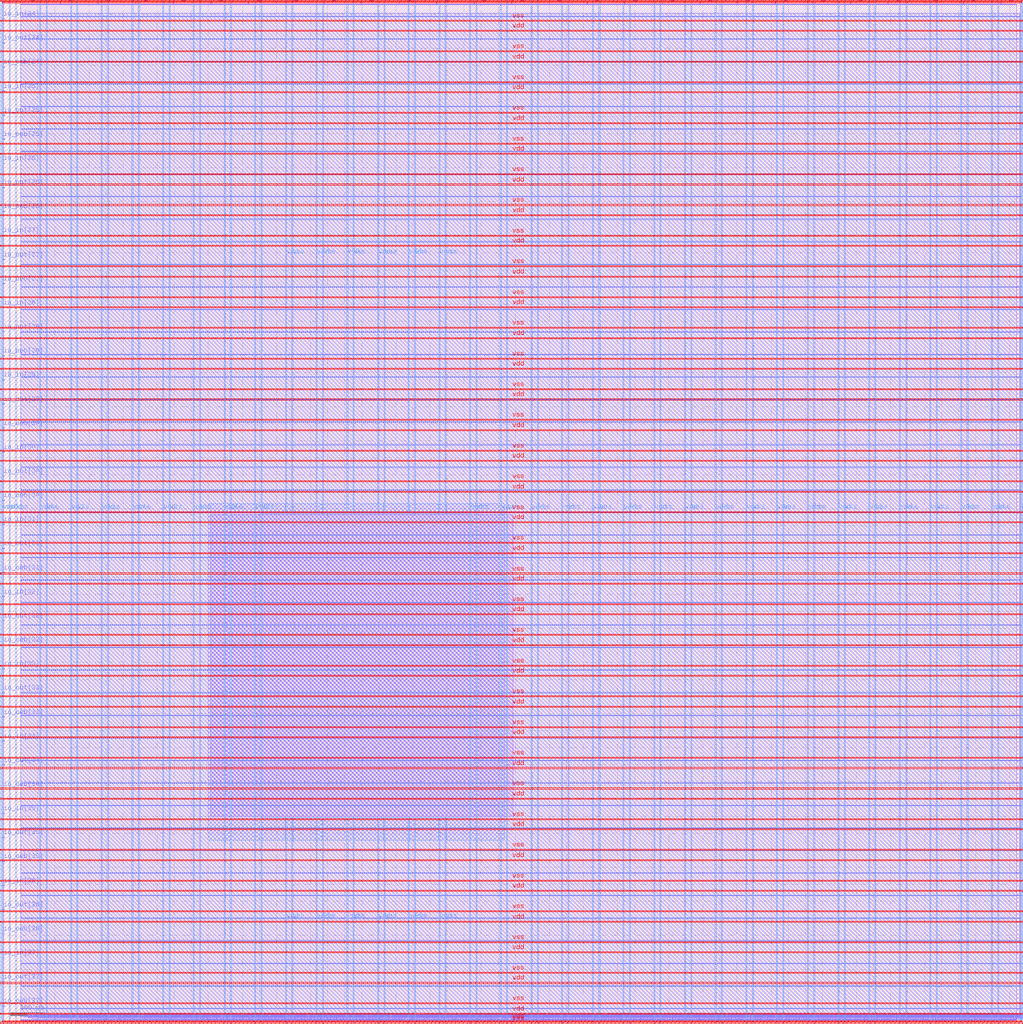
<source format=lef>
VERSION 5.7 ;
  NOWIREEXTENSIONATPIN ON ;
  DIVIDERCHAR "/" ;
  BUSBITCHARS "[]" ;
MACRO user_project_wrapper
  CLASS BLOCK ;
  FOREIGN user_project_wrapper ;
  ORIGIN 0.000 0.000 ;
  SIZE 2980.200 BY 2980.200 ;
  PIN io_in[0]
    DIRECTION INPUT ;
    USE SIGNAL ;
    PORT
      LAYER Metal3 ;
        RECT 2977.800 35.560 2985.000 36.680 ;
    END
  END io_in[0]
  PIN io_in[10]
    DIRECTION INPUT ;
    USE SIGNAL ;
    PORT
      LAYER Metal3 ;
        RECT 2977.800 2017.960 2985.000 2019.080 ;
    END
  END io_in[10]
  PIN io_in[11]
    DIRECTION INPUT ;
    USE SIGNAL ;
    PORT
      LAYER Metal3 ;
        RECT 2977.800 2216.200 2985.000 2217.320 ;
    END
  END io_in[11]
  PIN io_in[12]
    DIRECTION INPUT ;
    USE SIGNAL ;
    PORT
      LAYER Metal3 ;
        RECT 2977.800 2414.440 2985.000 2415.560 ;
    END
  END io_in[12]
  PIN io_in[13]
    DIRECTION INPUT ;
    USE SIGNAL ;
    PORT
      LAYER Metal3 ;
        RECT 2977.800 2612.680 2985.000 2613.800 ;
    END
  END io_in[13]
  PIN io_in[14]
    DIRECTION INPUT ;
    USE SIGNAL ;
    PORT
      LAYER Metal3 ;
        RECT 2977.800 2810.920 2985.000 2812.040 ;
    END
  END io_in[14]
  PIN io_in[15]
    DIRECTION INPUT ;
    USE SIGNAL ;
    PORT
      LAYER Metal2 ;
        RECT 2923.480 2977.800 2924.600 2985.000 ;
    END
  END io_in[15]
  PIN io_in[16]
    DIRECTION INPUT ;
    USE SIGNAL ;
    PORT
      LAYER Metal2 ;
        RECT 2592.520 2977.800 2593.640 2985.000 ;
    END
  END io_in[16]
  PIN io_in[17]
    DIRECTION INPUT ;
    USE SIGNAL ;
    PORT
      LAYER Metal2 ;
        RECT 2261.560 2977.800 2262.680 2985.000 ;
    END
  END io_in[17]
  PIN io_in[18]
    DIRECTION INPUT ;
    USE SIGNAL ;
    PORT
      LAYER Metal2 ;
        RECT 1930.600 2977.800 1931.720 2985.000 ;
    END
  END io_in[18]
  PIN io_in[19]
    DIRECTION INPUT ;
    USE SIGNAL ;
    PORT
      LAYER Metal2 ;
        RECT 1599.640 2977.800 1600.760 2985.000 ;
    END
  END io_in[19]
  PIN io_in[1]
    DIRECTION INPUT ;
    USE SIGNAL ;
    PORT
      LAYER Metal3 ;
        RECT 2977.800 233.800 2985.000 234.920 ;
    END
  END io_in[1]
  PIN io_in[20]
    DIRECTION INPUT ;
    USE SIGNAL ;
    PORT
      LAYER Metal2 ;
        RECT 1268.680 2977.800 1269.800 2985.000 ;
    END
  END io_in[20]
  PIN io_in[21]
    DIRECTION INPUT ;
    USE SIGNAL ;
    PORT
      LAYER Metal2 ;
        RECT 937.720 2977.800 938.840 2985.000 ;
    END
  END io_in[21]
  PIN io_in[22]
    DIRECTION INPUT ;
    USE SIGNAL ;
    PORT
      LAYER Metal2 ;
        RECT 606.760 2977.800 607.880 2985.000 ;
    END
  END io_in[22]
  PIN io_in[23]
    DIRECTION INPUT ;
    USE SIGNAL ;
    PORT
      LAYER Metal2 ;
        RECT 275.800 2977.800 276.920 2985.000 ;
    END
  END io_in[23]
  PIN io_in[24]
    DIRECTION INPUT ;
    USE SIGNAL ;
    PORT
      LAYER Metal3 ;
        RECT -4.800 2935.800 2.400 2936.920 ;
    END
  END io_in[24]
  PIN io_in[25]
    DIRECTION INPUT ;
    USE SIGNAL ;
    PORT
      LAYER Metal3 ;
        RECT -4.800 2724.120 2.400 2725.240 ;
    END
  END io_in[25]
  PIN io_in[26]
    DIRECTION INPUT ;
    USE SIGNAL ;
    PORT
      LAYER Metal3 ;
        RECT -4.800 2512.440 2.400 2513.560 ;
    END
  END io_in[26]
  PIN io_in[27]
    DIRECTION INPUT ;
    USE SIGNAL ;
    PORT
      LAYER Metal3 ;
        RECT -4.800 2300.760 2.400 2301.880 ;
    END
  END io_in[27]
  PIN io_in[28]
    DIRECTION INPUT ;
    USE SIGNAL ;
    PORT
      LAYER Metal3 ;
        RECT -4.800 2089.080 2.400 2090.200 ;
    END
  END io_in[28]
  PIN io_in[29]
    DIRECTION INPUT ;
    USE SIGNAL ;
    PORT
      LAYER Metal3 ;
        RECT -4.800 1877.400 2.400 1878.520 ;
    END
  END io_in[29]
  PIN io_in[2]
    DIRECTION INPUT ;
    USE SIGNAL ;
    PORT
      LAYER Metal3 ;
        RECT 2977.800 432.040 2985.000 433.160 ;
    END
  END io_in[2]
  PIN io_in[30]
    DIRECTION INPUT ;
    USE SIGNAL ;
    PORT
      LAYER Metal3 ;
        RECT -4.800 1665.720 2.400 1666.840 ;
    END
  END io_in[30]
  PIN io_in[31]
    DIRECTION INPUT ;
    USE SIGNAL ;
    PORT
      LAYER Metal3 ;
        RECT -4.800 1454.040 2.400 1455.160 ;
    END
  END io_in[31]
  PIN io_in[32]
    DIRECTION INPUT ;
    USE SIGNAL ;
    PORT
      LAYER Metal3 ;
        RECT -4.800 1242.360 2.400 1243.480 ;
    END
  END io_in[32]
  PIN io_in[33]
    DIRECTION INPUT ;
    USE SIGNAL ;
    PORT
      LAYER Metal3 ;
        RECT -4.800 1030.680 2.400 1031.800 ;
    END
  END io_in[33]
  PIN io_in[34]
    DIRECTION INPUT ;
    USE SIGNAL ;
    PORT
      LAYER Metal3 ;
        RECT -4.800 819.000 2.400 820.120 ;
    END
  END io_in[34]
  PIN io_in[35]
    DIRECTION INPUT ;
    USE SIGNAL ;
    PORT
      LAYER Metal3 ;
        RECT -4.800 607.320 2.400 608.440 ;
    END
  END io_in[35]
  PIN io_in[36]
    DIRECTION INPUT ;
    USE SIGNAL ;
    PORT
      LAYER Metal3 ;
        RECT -4.800 395.640 2.400 396.760 ;
    END
  END io_in[36]
  PIN io_in[37]
    DIRECTION INPUT ;
    USE SIGNAL ;
    PORT
      LAYER Metal3 ;
        RECT -4.800 183.960 2.400 185.080 ;
    END
  END io_in[37]
  PIN io_in[3]
    DIRECTION INPUT ;
    USE SIGNAL ;
    PORT
      LAYER Metal3 ;
        RECT 2977.800 630.280 2985.000 631.400 ;
    END
  END io_in[3]
  PIN io_in[4]
    DIRECTION INPUT ;
    USE SIGNAL ;
    PORT
      LAYER Metal3 ;
        RECT 2977.800 828.520 2985.000 829.640 ;
    END
  END io_in[4]
  PIN io_in[5]
    DIRECTION INPUT ;
    USE SIGNAL ;
    PORT
      LAYER Metal3 ;
        RECT 2977.800 1026.760 2985.000 1027.880 ;
    END
  END io_in[5]
  PIN io_in[6]
    DIRECTION INPUT ;
    USE SIGNAL ;
    PORT
      LAYER Metal3 ;
        RECT 2977.800 1225.000 2985.000 1226.120 ;
    END
  END io_in[6]
  PIN io_in[7]
    DIRECTION INPUT ;
    USE SIGNAL ;
    PORT
      LAYER Metal3 ;
        RECT 2977.800 1423.240 2985.000 1424.360 ;
    END
  END io_in[7]
  PIN io_in[8]
    DIRECTION INPUT ;
    USE SIGNAL ;
    PORT
      LAYER Metal3 ;
        RECT 2977.800 1621.480 2985.000 1622.600 ;
    END
  END io_in[8]
  PIN io_in[9]
    DIRECTION INPUT ;
    USE SIGNAL ;
    PORT
      LAYER Metal3 ;
        RECT 2977.800 1819.720 2985.000 1820.840 ;
    END
  END io_in[9]
  PIN io_oeb[0]
    DIRECTION OUTPUT TRISTATE ;
    USE SIGNAL ;
    PORT
      LAYER Metal3 ;
        RECT 2977.800 167.720 2985.000 168.840 ;
    END
  END io_oeb[0]
  PIN io_oeb[10]
    DIRECTION OUTPUT TRISTATE ;
    USE SIGNAL ;
    PORT
      LAYER Metal3 ;
        RECT 2977.800 2150.120 2985.000 2151.240 ;
    END
  END io_oeb[10]
  PIN io_oeb[11]
    DIRECTION OUTPUT TRISTATE ;
    USE SIGNAL ;
    PORT
      LAYER Metal3 ;
        RECT 2977.800 2348.360 2985.000 2349.480 ;
    END
  END io_oeb[11]
  PIN io_oeb[12]
    DIRECTION OUTPUT TRISTATE ;
    USE SIGNAL ;
    PORT
      LAYER Metal3 ;
        RECT 2977.800 2546.600 2985.000 2547.720 ;
    END
  END io_oeb[12]
  PIN io_oeb[13]
    DIRECTION OUTPUT TRISTATE ;
    USE SIGNAL ;
    PORT
      LAYER Metal3 ;
        RECT 2977.800 2744.840 2985.000 2745.960 ;
    END
  END io_oeb[13]
  PIN io_oeb[14]
    DIRECTION OUTPUT TRISTATE ;
    USE SIGNAL ;
    PORT
      LAYER Metal3 ;
        RECT 2977.800 2943.080 2985.000 2944.200 ;
    END
  END io_oeb[14]
  PIN io_oeb[15]
    DIRECTION OUTPUT TRISTATE ;
    USE SIGNAL ;
    PORT
      LAYER Metal2 ;
        RECT 2702.840 2977.800 2703.960 2985.000 ;
    END
  END io_oeb[15]
  PIN io_oeb[16]
    DIRECTION OUTPUT TRISTATE ;
    USE SIGNAL ;
    PORT
      LAYER Metal2 ;
        RECT 2371.880 2977.800 2373.000 2985.000 ;
    END
  END io_oeb[16]
  PIN io_oeb[17]
    DIRECTION OUTPUT TRISTATE ;
    USE SIGNAL ;
    PORT
      LAYER Metal2 ;
        RECT 2040.920 2977.800 2042.040 2985.000 ;
    END
  END io_oeb[17]
  PIN io_oeb[18]
    DIRECTION OUTPUT TRISTATE ;
    USE SIGNAL ;
    PORT
      LAYER Metal2 ;
        RECT 1709.960 2977.800 1711.080 2985.000 ;
    END
  END io_oeb[18]
  PIN io_oeb[19]
    DIRECTION OUTPUT TRISTATE ;
    USE SIGNAL ;
    PORT
      LAYER Metal2 ;
        RECT 1379.000 2977.800 1380.120 2985.000 ;
    END
  END io_oeb[19]
  PIN io_oeb[1]
    DIRECTION OUTPUT TRISTATE ;
    USE SIGNAL ;
    PORT
      LAYER Metal3 ;
        RECT 2977.800 365.960 2985.000 367.080 ;
    END
  END io_oeb[1]
  PIN io_oeb[20]
    DIRECTION OUTPUT TRISTATE ;
    USE SIGNAL ;
    PORT
      LAYER Metal2 ;
        RECT 1048.040 2977.800 1049.160 2985.000 ;
    END
  END io_oeb[20]
  PIN io_oeb[21]
    DIRECTION OUTPUT TRISTATE ;
    USE SIGNAL ;
    PORT
      LAYER Metal2 ;
        RECT 717.080 2977.800 718.200 2985.000 ;
    END
  END io_oeb[21]
  PIN io_oeb[22]
    DIRECTION OUTPUT TRISTATE ;
    USE SIGNAL ;
    PORT
      LAYER Metal2 ;
        RECT 386.120 2977.800 387.240 2985.000 ;
    END
  END io_oeb[22]
  PIN io_oeb[23]
    DIRECTION OUTPUT TRISTATE ;
    USE SIGNAL ;
    PORT
      LAYER Metal2 ;
        RECT 55.160 2977.800 56.280 2985.000 ;
    END
  END io_oeb[23]
  PIN io_oeb[24]
    DIRECTION OUTPUT TRISTATE ;
    USE SIGNAL ;
    PORT
      LAYER Metal3 ;
        RECT -4.800 2794.680 2.400 2795.800 ;
    END
  END io_oeb[24]
  PIN io_oeb[25]
    DIRECTION OUTPUT TRISTATE ;
    USE SIGNAL ;
    PORT
      LAYER Metal3 ;
        RECT -4.800 2583.000 2.400 2584.120 ;
    END
  END io_oeb[25]
  PIN io_oeb[26]
    DIRECTION OUTPUT TRISTATE ;
    USE SIGNAL ;
    PORT
      LAYER Metal3 ;
        RECT -4.800 2371.320 2.400 2372.440 ;
    END
  END io_oeb[26]
  PIN io_oeb[27]
    DIRECTION OUTPUT TRISTATE ;
    USE SIGNAL ;
    PORT
      LAYER Metal3 ;
        RECT -4.800 2159.640 2.400 2160.760 ;
    END
  END io_oeb[27]
  PIN io_oeb[28]
    DIRECTION OUTPUT TRISTATE ;
    USE SIGNAL ;
    PORT
      LAYER Metal3 ;
        RECT -4.800 1947.960 2.400 1949.080 ;
    END
  END io_oeb[28]
  PIN io_oeb[29]
    DIRECTION OUTPUT TRISTATE ;
    USE SIGNAL ;
    PORT
      LAYER Metal3 ;
        RECT -4.800 1736.280 2.400 1737.400 ;
    END
  END io_oeb[29]
  PIN io_oeb[2]
    DIRECTION OUTPUT TRISTATE ;
    USE SIGNAL ;
    PORT
      LAYER Metal3 ;
        RECT 2977.800 564.200 2985.000 565.320 ;
    END
  END io_oeb[2]
  PIN io_oeb[30]
    DIRECTION OUTPUT TRISTATE ;
    USE SIGNAL ;
    PORT
      LAYER Metal3 ;
        RECT -4.800 1524.600 2.400 1525.720 ;
    END
  END io_oeb[30]
  PIN io_oeb[31]
    DIRECTION OUTPUT TRISTATE ;
    USE SIGNAL ;
    PORT
      LAYER Metal3 ;
        RECT -4.800 1312.920 2.400 1314.040 ;
    END
  END io_oeb[31]
  PIN io_oeb[32]
    DIRECTION OUTPUT TRISTATE ;
    USE SIGNAL ;
    PORT
      LAYER Metal3 ;
        RECT -4.800 1101.240 2.400 1102.360 ;
    END
  END io_oeb[32]
  PIN io_oeb[33]
    DIRECTION OUTPUT TRISTATE ;
    USE SIGNAL ;
    PORT
      LAYER Metal3 ;
        RECT -4.800 889.560 2.400 890.680 ;
    END
  END io_oeb[33]
  PIN io_oeb[34]
    DIRECTION OUTPUT TRISTATE ;
    USE SIGNAL ;
    PORT
      LAYER Metal3 ;
        RECT -4.800 677.880 2.400 679.000 ;
    END
  END io_oeb[34]
  PIN io_oeb[35]
    DIRECTION OUTPUT TRISTATE ;
    USE SIGNAL ;
    PORT
      LAYER Metal3 ;
        RECT -4.800 466.200 2.400 467.320 ;
    END
  END io_oeb[35]
  PIN io_oeb[36]
    DIRECTION OUTPUT TRISTATE ;
    USE SIGNAL ;
    PORT
      LAYER Metal3 ;
        RECT -4.800 254.520 2.400 255.640 ;
    END
  END io_oeb[36]
  PIN io_oeb[37]
    DIRECTION OUTPUT TRISTATE ;
    USE SIGNAL ;
    PORT
      LAYER Metal3 ;
        RECT -4.800 42.840 2.400 43.960 ;
    END
  END io_oeb[37]
  PIN io_oeb[3]
    DIRECTION OUTPUT TRISTATE ;
    USE SIGNAL ;
    PORT
      LAYER Metal3 ;
        RECT 2977.800 762.440 2985.000 763.560 ;
    END
  END io_oeb[3]
  PIN io_oeb[4]
    DIRECTION OUTPUT TRISTATE ;
    USE SIGNAL ;
    PORT
      LAYER Metal3 ;
        RECT 2977.800 960.680 2985.000 961.800 ;
    END
  END io_oeb[4]
  PIN io_oeb[5]
    DIRECTION OUTPUT TRISTATE ;
    USE SIGNAL ;
    PORT
      LAYER Metal3 ;
        RECT 2977.800 1158.920 2985.000 1160.040 ;
    END
  END io_oeb[5]
  PIN io_oeb[6]
    DIRECTION OUTPUT TRISTATE ;
    USE SIGNAL ;
    PORT
      LAYER Metal3 ;
        RECT 2977.800 1357.160 2985.000 1358.280 ;
    END
  END io_oeb[6]
  PIN io_oeb[7]
    DIRECTION OUTPUT TRISTATE ;
    USE SIGNAL ;
    PORT
      LAYER Metal3 ;
        RECT 2977.800 1555.400 2985.000 1556.520 ;
    END
  END io_oeb[7]
  PIN io_oeb[8]
    DIRECTION OUTPUT TRISTATE ;
    USE SIGNAL ;
    PORT
      LAYER Metal3 ;
        RECT 2977.800 1753.640 2985.000 1754.760 ;
    END
  END io_oeb[8]
  PIN io_oeb[9]
    DIRECTION OUTPUT TRISTATE ;
    USE SIGNAL ;
    PORT
      LAYER Metal3 ;
        RECT 2977.800 1951.880 2985.000 1953.000 ;
    END
  END io_oeb[9]
  PIN io_out[0]
    DIRECTION OUTPUT TRISTATE ;
    USE SIGNAL ;
    PORT
      LAYER Metal3 ;
        RECT 2977.800 101.640 2985.000 102.760 ;
    END
  END io_out[0]
  PIN io_out[10]
    DIRECTION OUTPUT TRISTATE ;
    USE SIGNAL ;
    PORT
      LAYER Metal3 ;
        RECT 2977.800 2084.040 2985.000 2085.160 ;
    END
  END io_out[10]
  PIN io_out[11]
    DIRECTION OUTPUT TRISTATE ;
    USE SIGNAL ;
    PORT
      LAYER Metal3 ;
        RECT 2977.800 2282.280 2985.000 2283.400 ;
    END
  END io_out[11]
  PIN io_out[12]
    DIRECTION OUTPUT TRISTATE ;
    USE SIGNAL ;
    PORT
      LAYER Metal3 ;
        RECT 2977.800 2480.520 2985.000 2481.640 ;
    END
  END io_out[12]
  PIN io_out[13]
    DIRECTION OUTPUT TRISTATE ;
    USE SIGNAL ;
    PORT
      LAYER Metal3 ;
        RECT 2977.800 2678.760 2985.000 2679.880 ;
    END
  END io_out[13]
  PIN io_out[14]
    DIRECTION OUTPUT TRISTATE ;
    USE SIGNAL ;
    PORT
      LAYER Metal3 ;
        RECT 2977.800 2877.000 2985.000 2878.120 ;
    END
  END io_out[14]
  PIN io_out[15]
    DIRECTION OUTPUT TRISTATE ;
    USE SIGNAL ;
    PORT
      LAYER Metal2 ;
        RECT 2813.160 2977.800 2814.280 2985.000 ;
    END
  END io_out[15]
  PIN io_out[16]
    DIRECTION OUTPUT TRISTATE ;
    USE SIGNAL ;
    PORT
      LAYER Metal2 ;
        RECT 2482.200 2977.800 2483.320 2985.000 ;
    END
  END io_out[16]
  PIN io_out[17]
    DIRECTION OUTPUT TRISTATE ;
    USE SIGNAL ;
    PORT
      LAYER Metal2 ;
        RECT 2151.240 2977.800 2152.360 2985.000 ;
    END
  END io_out[17]
  PIN io_out[18]
    DIRECTION OUTPUT TRISTATE ;
    USE SIGNAL ;
    PORT
      LAYER Metal2 ;
        RECT 1820.280 2977.800 1821.400 2985.000 ;
    END
  END io_out[18]
  PIN io_out[19]
    DIRECTION OUTPUT TRISTATE ;
    USE SIGNAL ;
    PORT
      LAYER Metal2 ;
        RECT 1489.320 2977.800 1490.440 2985.000 ;
    END
  END io_out[19]
  PIN io_out[1]
    DIRECTION OUTPUT TRISTATE ;
    USE SIGNAL ;
    PORT
      LAYER Metal3 ;
        RECT 2977.800 299.880 2985.000 301.000 ;
    END
  END io_out[1]
  PIN io_out[20]
    DIRECTION OUTPUT TRISTATE ;
    USE SIGNAL ;
    PORT
      LAYER Metal2 ;
        RECT 1158.360 2977.800 1159.480 2985.000 ;
    END
  END io_out[20]
  PIN io_out[21]
    DIRECTION OUTPUT TRISTATE ;
    USE SIGNAL ;
    PORT
      LAYER Metal2 ;
        RECT 827.400 2977.800 828.520 2985.000 ;
    END
  END io_out[21]
  PIN io_out[22]
    DIRECTION OUTPUT TRISTATE ;
    USE SIGNAL ;
    PORT
      LAYER Metal2 ;
        RECT 496.440 2977.800 497.560 2985.000 ;
    END
  END io_out[22]
  PIN io_out[23]
    DIRECTION OUTPUT TRISTATE ;
    USE SIGNAL ;
    PORT
      LAYER Metal2 ;
        RECT 165.480 2977.800 166.600 2985.000 ;
    END
  END io_out[23]
  PIN io_out[24]
    DIRECTION OUTPUT TRISTATE ;
    USE SIGNAL ;
    PORT
      LAYER Metal3 ;
        RECT -4.800 2865.240 2.400 2866.360 ;
    END
  END io_out[24]
  PIN io_out[25]
    DIRECTION OUTPUT TRISTATE ;
    USE SIGNAL ;
    PORT
      LAYER Metal3 ;
        RECT -4.800 2653.560 2.400 2654.680 ;
    END
  END io_out[25]
  PIN io_out[26]
    DIRECTION OUTPUT TRISTATE ;
    USE SIGNAL ;
    PORT
      LAYER Metal3 ;
        RECT -4.800 2441.880 2.400 2443.000 ;
    END
  END io_out[26]
  PIN io_out[27]
    DIRECTION OUTPUT TRISTATE ;
    USE SIGNAL ;
    PORT
      LAYER Metal3 ;
        RECT -4.800 2230.200 2.400 2231.320 ;
    END
  END io_out[27]
  PIN io_out[28]
    DIRECTION OUTPUT TRISTATE ;
    USE SIGNAL ;
    PORT
      LAYER Metal3 ;
        RECT -4.800 2018.520 2.400 2019.640 ;
    END
  END io_out[28]
  PIN io_out[29]
    DIRECTION OUTPUT TRISTATE ;
    USE SIGNAL ;
    PORT
      LAYER Metal3 ;
        RECT -4.800 1806.840 2.400 1807.960 ;
    END
  END io_out[29]
  PIN io_out[2]
    DIRECTION OUTPUT TRISTATE ;
    USE SIGNAL ;
    PORT
      LAYER Metal3 ;
        RECT 2977.800 498.120 2985.000 499.240 ;
    END
  END io_out[2]
  PIN io_out[30]
    DIRECTION OUTPUT TRISTATE ;
    USE SIGNAL ;
    PORT
      LAYER Metal3 ;
        RECT -4.800 1595.160 2.400 1596.280 ;
    END
  END io_out[30]
  PIN io_out[31]
    DIRECTION OUTPUT TRISTATE ;
    USE SIGNAL ;
    PORT
      LAYER Metal3 ;
        RECT -4.800 1383.480 2.400 1384.600 ;
    END
  END io_out[31]
  PIN io_out[32]
    DIRECTION OUTPUT TRISTATE ;
    USE SIGNAL ;
    PORT
      LAYER Metal3 ;
        RECT -4.800 1171.800 2.400 1172.920 ;
    END
  END io_out[32]
  PIN io_out[33]
    DIRECTION OUTPUT TRISTATE ;
    USE SIGNAL ;
    PORT
      LAYER Metal3 ;
        RECT -4.800 960.120 2.400 961.240 ;
    END
  END io_out[33]
  PIN io_out[34]
    DIRECTION OUTPUT TRISTATE ;
    USE SIGNAL ;
    PORT
      LAYER Metal3 ;
        RECT -4.800 748.440 2.400 749.560 ;
    END
  END io_out[34]
  PIN io_out[35]
    DIRECTION OUTPUT TRISTATE ;
    USE SIGNAL ;
    PORT
      LAYER Metal3 ;
        RECT -4.800 536.760 2.400 537.880 ;
    END
  END io_out[35]
  PIN io_out[36]
    DIRECTION OUTPUT TRISTATE ;
    USE SIGNAL ;
    PORT
      LAYER Metal3 ;
        RECT -4.800 325.080 2.400 326.200 ;
    END
  END io_out[36]
  PIN io_out[37]
    DIRECTION OUTPUT TRISTATE ;
    USE SIGNAL ;
    PORT
      LAYER Metal3 ;
        RECT -4.800 113.400 2.400 114.520 ;
    END
  END io_out[37]
  PIN io_out[3]
    DIRECTION OUTPUT TRISTATE ;
    USE SIGNAL ;
    PORT
      LAYER Metal3 ;
        RECT 2977.800 696.360 2985.000 697.480 ;
    END
  END io_out[3]
  PIN io_out[4]
    DIRECTION OUTPUT TRISTATE ;
    USE SIGNAL ;
    PORT
      LAYER Metal3 ;
        RECT 2977.800 894.600 2985.000 895.720 ;
    END
  END io_out[4]
  PIN io_out[5]
    DIRECTION OUTPUT TRISTATE ;
    USE SIGNAL ;
    PORT
      LAYER Metal3 ;
        RECT 2977.800 1092.840 2985.000 1093.960 ;
    END
  END io_out[5]
  PIN io_out[6]
    DIRECTION OUTPUT TRISTATE ;
    USE SIGNAL ;
    PORT
      LAYER Metal3 ;
        RECT 2977.800 1291.080 2985.000 1292.200 ;
    END
  END io_out[6]
  PIN io_out[7]
    DIRECTION OUTPUT TRISTATE ;
    USE SIGNAL ;
    PORT
      LAYER Metal3 ;
        RECT 2977.800 1489.320 2985.000 1490.440 ;
    END
  END io_out[7]
  PIN io_out[8]
    DIRECTION OUTPUT TRISTATE ;
    USE SIGNAL ;
    PORT
      LAYER Metal3 ;
        RECT 2977.800 1687.560 2985.000 1688.680 ;
    END
  END io_out[8]
  PIN io_out[9]
    DIRECTION OUTPUT TRISTATE ;
    USE SIGNAL ;
    PORT
      LAYER Metal3 ;
        RECT 2977.800 1885.800 2985.000 1886.920 ;
    END
  END io_out[9]
  PIN la_data_in[0]
    DIRECTION INPUT ;
    USE SIGNAL ;
    PORT
      LAYER Metal2 ;
        RECT 1065.960 -4.800 1067.080 2.400 ;
    END
  END la_data_in[0]
  PIN la_data_in[10]
    DIRECTION INPUT ;
    USE SIGNAL ;
    PORT
      LAYER Metal2 ;
        RECT 1351.560 -4.800 1352.680 2.400 ;
    END
  END la_data_in[10]
  PIN la_data_in[11]
    DIRECTION INPUT ;
    USE SIGNAL ;
    PORT
      LAYER Metal2 ;
        RECT 1380.120 -4.800 1381.240 2.400 ;
    END
  END la_data_in[11]
  PIN la_data_in[12]
    DIRECTION INPUT ;
    USE SIGNAL ;
    PORT
      LAYER Metal2 ;
        RECT 1408.680 -4.800 1409.800 2.400 ;
    END
  END la_data_in[12]
  PIN la_data_in[13]
    DIRECTION INPUT ;
    USE SIGNAL ;
    PORT
      LAYER Metal2 ;
        RECT 1437.240 -4.800 1438.360 2.400 ;
    END
  END la_data_in[13]
  PIN la_data_in[14]
    DIRECTION INPUT ;
    USE SIGNAL ;
    PORT
      LAYER Metal2 ;
        RECT 1465.800 -4.800 1466.920 2.400 ;
    END
  END la_data_in[14]
  PIN la_data_in[15]
    DIRECTION INPUT ;
    USE SIGNAL ;
    PORT
      LAYER Metal2 ;
        RECT 1494.360 -4.800 1495.480 2.400 ;
    END
  END la_data_in[15]
  PIN la_data_in[16]
    DIRECTION INPUT ;
    USE SIGNAL ;
    PORT
      LAYER Metal2 ;
        RECT 1522.920 -4.800 1524.040 2.400 ;
    END
  END la_data_in[16]
  PIN la_data_in[17]
    DIRECTION INPUT ;
    USE SIGNAL ;
    PORT
      LAYER Metal2 ;
        RECT 1551.480 -4.800 1552.600 2.400 ;
    END
  END la_data_in[17]
  PIN la_data_in[18]
    DIRECTION INPUT ;
    USE SIGNAL ;
    PORT
      LAYER Metal2 ;
        RECT 1580.040 -4.800 1581.160 2.400 ;
    END
  END la_data_in[18]
  PIN la_data_in[19]
    DIRECTION INPUT ;
    USE SIGNAL ;
    PORT
      LAYER Metal2 ;
        RECT 1608.600 -4.800 1609.720 2.400 ;
    END
  END la_data_in[19]
  PIN la_data_in[1]
    DIRECTION INPUT ;
    USE SIGNAL ;
    PORT
      LAYER Metal2 ;
        RECT 1094.520 -4.800 1095.640 2.400 ;
    END
  END la_data_in[1]
  PIN la_data_in[20]
    DIRECTION INPUT ;
    USE SIGNAL ;
    PORT
      LAYER Metal2 ;
        RECT 1637.160 -4.800 1638.280 2.400 ;
    END
  END la_data_in[20]
  PIN la_data_in[21]
    DIRECTION INPUT ;
    USE SIGNAL ;
    PORT
      LAYER Metal2 ;
        RECT 1665.720 -4.800 1666.840 2.400 ;
    END
  END la_data_in[21]
  PIN la_data_in[22]
    DIRECTION INPUT ;
    USE SIGNAL ;
    PORT
      LAYER Metal2 ;
        RECT 1694.280 -4.800 1695.400 2.400 ;
    END
  END la_data_in[22]
  PIN la_data_in[23]
    DIRECTION INPUT ;
    USE SIGNAL ;
    PORT
      LAYER Metal2 ;
        RECT 1722.840 -4.800 1723.960 2.400 ;
    END
  END la_data_in[23]
  PIN la_data_in[24]
    DIRECTION INPUT ;
    USE SIGNAL ;
    PORT
      LAYER Metal2 ;
        RECT 1751.400 -4.800 1752.520 2.400 ;
    END
  END la_data_in[24]
  PIN la_data_in[25]
    DIRECTION INPUT ;
    USE SIGNAL ;
    PORT
      LAYER Metal2 ;
        RECT 1779.960 -4.800 1781.080 2.400 ;
    END
  END la_data_in[25]
  PIN la_data_in[26]
    DIRECTION INPUT ;
    USE SIGNAL ;
    PORT
      LAYER Metal2 ;
        RECT 1808.520 -4.800 1809.640 2.400 ;
    END
  END la_data_in[26]
  PIN la_data_in[27]
    DIRECTION INPUT ;
    USE SIGNAL ;
    PORT
      LAYER Metal2 ;
        RECT 1837.080 -4.800 1838.200 2.400 ;
    END
  END la_data_in[27]
  PIN la_data_in[28]
    DIRECTION INPUT ;
    USE SIGNAL ;
    PORT
      LAYER Metal2 ;
        RECT 1865.640 -4.800 1866.760 2.400 ;
    END
  END la_data_in[28]
  PIN la_data_in[29]
    DIRECTION INPUT ;
    USE SIGNAL ;
    PORT
      LAYER Metal2 ;
        RECT 1894.200 -4.800 1895.320 2.400 ;
    END
  END la_data_in[29]
  PIN la_data_in[2]
    DIRECTION INPUT ;
    USE SIGNAL ;
    PORT
      LAYER Metal2 ;
        RECT 1123.080 -4.800 1124.200 2.400 ;
    END
  END la_data_in[2]
  PIN la_data_in[30]
    DIRECTION INPUT ;
    USE SIGNAL ;
    PORT
      LAYER Metal2 ;
        RECT 1922.760 -4.800 1923.880 2.400 ;
    END
  END la_data_in[30]
  PIN la_data_in[31]
    DIRECTION INPUT ;
    USE SIGNAL ;
    PORT
      LAYER Metal2 ;
        RECT 1951.320 -4.800 1952.440 2.400 ;
    END
  END la_data_in[31]
  PIN la_data_in[32]
    DIRECTION INPUT ;
    USE SIGNAL ;
    PORT
      LAYER Metal2 ;
        RECT 1979.880 -4.800 1981.000 2.400 ;
    END
  END la_data_in[32]
  PIN la_data_in[33]
    DIRECTION INPUT ;
    USE SIGNAL ;
    PORT
      LAYER Metal2 ;
        RECT 2008.440 -4.800 2009.560 2.400 ;
    END
  END la_data_in[33]
  PIN la_data_in[34]
    DIRECTION INPUT ;
    USE SIGNAL ;
    PORT
      LAYER Metal2 ;
        RECT 2037.000 -4.800 2038.120 2.400 ;
    END
  END la_data_in[34]
  PIN la_data_in[35]
    DIRECTION INPUT ;
    USE SIGNAL ;
    PORT
      LAYER Metal2 ;
        RECT 2065.560 -4.800 2066.680 2.400 ;
    END
  END la_data_in[35]
  PIN la_data_in[36]
    DIRECTION INPUT ;
    USE SIGNAL ;
    PORT
      LAYER Metal2 ;
        RECT 2094.120 -4.800 2095.240 2.400 ;
    END
  END la_data_in[36]
  PIN la_data_in[37]
    DIRECTION INPUT ;
    USE SIGNAL ;
    PORT
      LAYER Metal2 ;
        RECT 2122.680 -4.800 2123.800 2.400 ;
    END
  END la_data_in[37]
  PIN la_data_in[38]
    DIRECTION INPUT ;
    USE SIGNAL ;
    PORT
      LAYER Metal2 ;
        RECT 2151.240 -4.800 2152.360 2.400 ;
    END
  END la_data_in[38]
  PIN la_data_in[39]
    DIRECTION INPUT ;
    USE SIGNAL ;
    PORT
      LAYER Metal2 ;
        RECT 2179.800 -4.800 2180.920 2.400 ;
    END
  END la_data_in[39]
  PIN la_data_in[3]
    DIRECTION INPUT ;
    USE SIGNAL ;
    PORT
      LAYER Metal2 ;
        RECT 1151.640 -4.800 1152.760 2.400 ;
    END
  END la_data_in[3]
  PIN la_data_in[40]
    DIRECTION INPUT ;
    USE SIGNAL ;
    PORT
      LAYER Metal2 ;
        RECT 2208.360 -4.800 2209.480 2.400 ;
    END
  END la_data_in[40]
  PIN la_data_in[41]
    DIRECTION INPUT ;
    USE SIGNAL ;
    PORT
      LAYER Metal2 ;
        RECT 2236.920 -4.800 2238.040 2.400 ;
    END
  END la_data_in[41]
  PIN la_data_in[42]
    DIRECTION INPUT ;
    USE SIGNAL ;
    PORT
      LAYER Metal2 ;
        RECT 2265.480 -4.800 2266.600 2.400 ;
    END
  END la_data_in[42]
  PIN la_data_in[43]
    DIRECTION INPUT ;
    USE SIGNAL ;
    PORT
      LAYER Metal2 ;
        RECT 2294.040 -4.800 2295.160 2.400 ;
    END
  END la_data_in[43]
  PIN la_data_in[44]
    DIRECTION INPUT ;
    USE SIGNAL ;
    PORT
      LAYER Metal2 ;
        RECT 2322.600 -4.800 2323.720 2.400 ;
    END
  END la_data_in[44]
  PIN la_data_in[45]
    DIRECTION INPUT ;
    USE SIGNAL ;
    PORT
      LAYER Metal2 ;
        RECT 2351.160 -4.800 2352.280 2.400 ;
    END
  END la_data_in[45]
  PIN la_data_in[46]
    DIRECTION INPUT ;
    USE SIGNAL ;
    PORT
      LAYER Metal2 ;
        RECT 2379.720 -4.800 2380.840 2.400 ;
    END
  END la_data_in[46]
  PIN la_data_in[47]
    DIRECTION INPUT ;
    USE SIGNAL ;
    PORT
      LAYER Metal2 ;
        RECT 2408.280 -4.800 2409.400 2.400 ;
    END
  END la_data_in[47]
  PIN la_data_in[48]
    DIRECTION INPUT ;
    USE SIGNAL ;
    PORT
      LAYER Metal2 ;
        RECT 2436.840 -4.800 2437.960 2.400 ;
    END
  END la_data_in[48]
  PIN la_data_in[49]
    DIRECTION INPUT ;
    USE SIGNAL ;
    PORT
      LAYER Metal2 ;
        RECT 2465.400 -4.800 2466.520 2.400 ;
    END
  END la_data_in[49]
  PIN la_data_in[4]
    DIRECTION INPUT ;
    USE SIGNAL ;
    PORT
      LAYER Metal2 ;
        RECT 1180.200 -4.800 1181.320 2.400 ;
    END
  END la_data_in[4]
  PIN la_data_in[50]
    DIRECTION INPUT ;
    USE SIGNAL ;
    PORT
      LAYER Metal2 ;
        RECT 2493.960 -4.800 2495.080 2.400 ;
    END
  END la_data_in[50]
  PIN la_data_in[51]
    DIRECTION INPUT ;
    USE SIGNAL ;
    PORT
      LAYER Metal2 ;
        RECT 2522.520 -4.800 2523.640 2.400 ;
    END
  END la_data_in[51]
  PIN la_data_in[52]
    DIRECTION INPUT ;
    USE SIGNAL ;
    PORT
      LAYER Metal2 ;
        RECT 2551.080 -4.800 2552.200 2.400 ;
    END
  END la_data_in[52]
  PIN la_data_in[53]
    DIRECTION INPUT ;
    USE SIGNAL ;
    PORT
      LAYER Metal2 ;
        RECT 2579.640 -4.800 2580.760 2.400 ;
    END
  END la_data_in[53]
  PIN la_data_in[54]
    DIRECTION INPUT ;
    USE SIGNAL ;
    PORT
      LAYER Metal2 ;
        RECT 2608.200 -4.800 2609.320 2.400 ;
    END
  END la_data_in[54]
  PIN la_data_in[55]
    DIRECTION INPUT ;
    USE SIGNAL ;
    PORT
      LAYER Metal2 ;
        RECT 2636.760 -4.800 2637.880 2.400 ;
    END
  END la_data_in[55]
  PIN la_data_in[56]
    DIRECTION INPUT ;
    USE SIGNAL ;
    PORT
      LAYER Metal2 ;
        RECT 2665.320 -4.800 2666.440 2.400 ;
    END
  END la_data_in[56]
  PIN la_data_in[57]
    DIRECTION INPUT ;
    USE SIGNAL ;
    PORT
      LAYER Metal2 ;
        RECT 2693.880 -4.800 2695.000 2.400 ;
    END
  END la_data_in[57]
  PIN la_data_in[58]
    DIRECTION INPUT ;
    USE SIGNAL ;
    PORT
      LAYER Metal2 ;
        RECT 2722.440 -4.800 2723.560 2.400 ;
    END
  END la_data_in[58]
  PIN la_data_in[59]
    DIRECTION INPUT ;
    USE SIGNAL ;
    PORT
      LAYER Metal2 ;
        RECT 2751.000 -4.800 2752.120 2.400 ;
    END
  END la_data_in[59]
  PIN la_data_in[5]
    DIRECTION INPUT ;
    USE SIGNAL ;
    PORT
      LAYER Metal2 ;
        RECT 1208.760 -4.800 1209.880 2.400 ;
    END
  END la_data_in[5]
  PIN la_data_in[60]
    DIRECTION INPUT ;
    USE SIGNAL ;
    PORT
      LAYER Metal2 ;
        RECT 2779.560 -4.800 2780.680 2.400 ;
    END
  END la_data_in[60]
  PIN la_data_in[61]
    DIRECTION INPUT ;
    USE SIGNAL ;
    PORT
      LAYER Metal2 ;
        RECT 2808.120 -4.800 2809.240 2.400 ;
    END
  END la_data_in[61]
  PIN la_data_in[62]
    DIRECTION INPUT ;
    USE SIGNAL ;
    PORT
      LAYER Metal2 ;
        RECT 2836.680 -4.800 2837.800 2.400 ;
    END
  END la_data_in[62]
  PIN la_data_in[63]
    DIRECTION INPUT ;
    USE SIGNAL ;
    PORT
      LAYER Metal2 ;
        RECT 2865.240 -4.800 2866.360 2.400 ;
    END
  END la_data_in[63]
  PIN la_data_in[6]
    DIRECTION INPUT ;
    USE SIGNAL ;
    PORT
      LAYER Metal2 ;
        RECT 1237.320 -4.800 1238.440 2.400 ;
    END
  END la_data_in[6]
  PIN la_data_in[7]
    DIRECTION INPUT ;
    USE SIGNAL ;
    PORT
      LAYER Metal2 ;
        RECT 1265.880 -4.800 1267.000 2.400 ;
    END
  END la_data_in[7]
  PIN la_data_in[8]
    DIRECTION INPUT ;
    USE SIGNAL ;
    PORT
      LAYER Metal2 ;
        RECT 1294.440 -4.800 1295.560 2.400 ;
    END
  END la_data_in[8]
  PIN la_data_in[9]
    DIRECTION INPUT ;
    USE SIGNAL ;
    PORT
      LAYER Metal2 ;
        RECT 1323.000 -4.800 1324.120 2.400 ;
    END
  END la_data_in[9]
  PIN la_data_out[0]
    DIRECTION OUTPUT TRISTATE ;
    USE SIGNAL ;
    PORT
      LAYER Metal2 ;
        RECT 1075.480 -4.800 1076.600 2.400 ;
    END
  END la_data_out[0]
  PIN la_data_out[10]
    DIRECTION OUTPUT TRISTATE ;
    USE SIGNAL ;
    PORT
      LAYER Metal2 ;
        RECT 1361.080 -4.800 1362.200 2.400 ;
    END
  END la_data_out[10]
  PIN la_data_out[11]
    DIRECTION OUTPUT TRISTATE ;
    USE SIGNAL ;
    PORT
      LAYER Metal2 ;
        RECT 1389.640 -4.800 1390.760 2.400 ;
    END
  END la_data_out[11]
  PIN la_data_out[12]
    DIRECTION OUTPUT TRISTATE ;
    USE SIGNAL ;
    PORT
      LAYER Metal2 ;
        RECT 1418.200 -4.800 1419.320 2.400 ;
    END
  END la_data_out[12]
  PIN la_data_out[13]
    DIRECTION OUTPUT TRISTATE ;
    USE SIGNAL ;
    PORT
      LAYER Metal2 ;
        RECT 1446.760 -4.800 1447.880 2.400 ;
    END
  END la_data_out[13]
  PIN la_data_out[14]
    DIRECTION OUTPUT TRISTATE ;
    USE SIGNAL ;
    PORT
      LAYER Metal2 ;
        RECT 1475.320 -4.800 1476.440 2.400 ;
    END
  END la_data_out[14]
  PIN la_data_out[15]
    DIRECTION OUTPUT TRISTATE ;
    USE SIGNAL ;
    PORT
      LAYER Metal2 ;
        RECT 1503.880 -4.800 1505.000 2.400 ;
    END
  END la_data_out[15]
  PIN la_data_out[16]
    DIRECTION OUTPUT TRISTATE ;
    USE SIGNAL ;
    PORT
      LAYER Metal2 ;
        RECT 1532.440 -4.800 1533.560 2.400 ;
    END
  END la_data_out[16]
  PIN la_data_out[17]
    DIRECTION OUTPUT TRISTATE ;
    USE SIGNAL ;
    PORT
      LAYER Metal2 ;
        RECT 1561.000 -4.800 1562.120 2.400 ;
    END
  END la_data_out[17]
  PIN la_data_out[18]
    DIRECTION OUTPUT TRISTATE ;
    USE SIGNAL ;
    PORT
      LAYER Metal2 ;
        RECT 1589.560 -4.800 1590.680 2.400 ;
    END
  END la_data_out[18]
  PIN la_data_out[19]
    DIRECTION OUTPUT TRISTATE ;
    USE SIGNAL ;
    PORT
      LAYER Metal2 ;
        RECT 1618.120 -4.800 1619.240 2.400 ;
    END
  END la_data_out[19]
  PIN la_data_out[1]
    DIRECTION OUTPUT TRISTATE ;
    USE SIGNAL ;
    PORT
      LAYER Metal2 ;
        RECT 1104.040 -4.800 1105.160 2.400 ;
    END
  END la_data_out[1]
  PIN la_data_out[20]
    DIRECTION OUTPUT TRISTATE ;
    USE SIGNAL ;
    PORT
      LAYER Metal2 ;
        RECT 1646.680 -4.800 1647.800 2.400 ;
    END
  END la_data_out[20]
  PIN la_data_out[21]
    DIRECTION OUTPUT TRISTATE ;
    USE SIGNAL ;
    PORT
      LAYER Metal2 ;
        RECT 1675.240 -4.800 1676.360 2.400 ;
    END
  END la_data_out[21]
  PIN la_data_out[22]
    DIRECTION OUTPUT TRISTATE ;
    USE SIGNAL ;
    PORT
      LAYER Metal2 ;
        RECT 1703.800 -4.800 1704.920 2.400 ;
    END
  END la_data_out[22]
  PIN la_data_out[23]
    DIRECTION OUTPUT TRISTATE ;
    USE SIGNAL ;
    PORT
      LAYER Metal2 ;
        RECT 1732.360 -4.800 1733.480 2.400 ;
    END
  END la_data_out[23]
  PIN la_data_out[24]
    DIRECTION OUTPUT TRISTATE ;
    USE SIGNAL ;
    PORT
      LAYER Metal2 ;
        RECT 1760.920 -4.800 1762.040 2.400 ;
    END
  END la_data_out[24]
  PIN la_data_out[25]
    DIRECTION OUTPUT TRISTATE ;
    USE SIGNAL ;
    PORT
      LAYER Metal2 ;
        RECT 1789.480 -4.800 1790.600 2.400 ;
    END
  END la_data_out[25]
  PIN la_data_out[26]
    DIRECTION OUTPUT TRISTATE ;
    USE SIGNAL ;
    PORT
      LAYER Metal2 ;
        RECT 1818.040 -4.800 1819.160 2.400 ;
    END
  END la_data_out[26]
  PIN la_data_out[27]
    DIRECTION OUTPUT TRISTATE ;
    USE SIGNAL ;
    PORT
      LAYER Metal2 ;
        RECT 1846.600 -4.800 1847.720 2.400 ;
    END
  END la_data_out[27]
  PIN la_data_out[28]
    DIRECTION OUTPUT TRISTATE ;
    USE SIGNAL ;
    PORT
      LAYER Metal2 ;
        RECT 1875.160 -4.800 1876.280 2.400 ;
    END
  END la_data_out[28]
  PIN la_data_out[29]
    DIRECTION OUTPUT TRISTATE ;
    USE SIGNAL ;
    PORT
      LAYER Metal2 ;
        RECT 1903.720 -4.800 1904.840 2.400 ;
    END
  END la_data_out[29]
  PIN la_data_out[2]
    DIRECTION OUTPUT TRISTATE ;
    USE SIGNAL ;
    PORT
      LAYER Metal2 ;
        RECT 1132.600 -4.800 1133.720 2.400 ;
    END
  END la_data_out[2]
  PIN la_data_out[30]
    DIRECTION OUTPUT TRISTATE ;
    USE SIGNAL ;
    PORT
      LAYER Metal2 ;
        RECT 1932.280 -4.800 1933.400 2.400 ;
    END
  END la_data_out[30]
  PIN la_data_out[31]
    DIRECTION OUTPUT TRISTATE ;
    USE SIGNAL ;
    PORT
      LAYER Metal2 ;
        RECT 1960.840 -4.800 1961.960 2.400 ;
    END
  END la_data_out[31]
  PIN la_data_out[32]
    DIRECTION OUTPUT TRISTATE ;
    USE SIGNAL ;
    PORT
      LAYER Metal2 ;
        RECT 1989.400 -4.800 1990.520 2.400 ;
    END
  END la_data_out[32]
  PIN la_data_out[33]
    DIRECTION OUTPUT TRISTATE ;
    USE SIGNAL ;
    PORT
      LAYER Metal2 ;
        RECT 2017.960 -4.800 2019.080 2.400 ;
    END
  END la_data_out[33]
  PIN la_data_out[34]
    DIRECTION OUTPUT TRISTATE ;
    USE SIGNAL ;
    PORT
      LAYER Metal2 ;
        RECT 2046.520 -4.800 2047.640 2.400 ;
    END
  END la_data_out[34]
  PIN la_data_out[35]
    DIRECTION OUTPUT TRISTATE ;
    USE SIGNAL ;
    PORT
      LAYER Metal2 ;
        RECT 2075.080 -4.800 2076.200 2.400 ;
    END
  END la_data_out[35]
  PIN la_data_out[36]
    DIRECTION OUTPUT TRISTATE ;
    USE SIGNAL ;
    PORT
      LAYER Metal2 ;
        RECT 2103.640 -4.800 2104.760 2.400 ;
    END
  END la_data_out[36]
  PIN la_data_out[37]
    DIRECTION OUTPUT TRISTATE ;
    USE SIGNAL ;
    PORT
      LAYER Metal2 ;
        RECT 2132.200 -4.800 2133.320 2.400 ;
    END
  END la_data_out[37]
  PIN la_data_out[38]
    DIRECTION OUTPUT TRISTATE ;
    USE SIGNAL ;
    PORT
      LAYER Metal2 ;
        RECT 2160.760 -4.800 2161.880 2.400 ;
    END
  END la_data_out[38]
  PIN la_data_out[39]
    DIRECTION OUTPUT TRISTATE ;
    USE SIGNAL ;
    PORT
      LAYER Metal2 ;
        RECT 2189.320 -4.800 2190.440 2.400 ;
    END
  END la_data_out[39]
  PIN la_data_out[3]
    DIRECTION OUTPUT TRISTATE ;
    USE SIGNAL ;
    PORT
      LAYER Metal2 ;
        RECT 1161.160 -4.800 1162.280 2.400 ;
    END
  END la_data_out[3]
  PIN la_data_out[40]
    DIRECTION OUTPUT TRISTATE ;
    USE SIGNAL ;
    PORT
      LAYER Metal2 ;
        RECT 2217.880 -4.800 2219.000 2.400 ;
    END
  END la_data_out[40]
  PIN la_data_out[41]
    DIRECTION OUTPUT TRISTATE ;
    USE SIGNAL ;
    PORT
      LAYER Metal2 ;
        RECT 2246.440 -4.800 2247.560 2.400 ;
    END
  END la_data_out[41]
  PIN la_data_out[42]
    DIRECTION OUTPUT TRISTATE ;
    USE SIGNAL ;
    PORT
      LAYER Metal2 ;
        RECT 2275.000 -4.800 2276.120 2.400 ;
    END
  END la_data_out[42]
  PIN la_data_out[43]
    DIRECTION OUTPUT TRISTATE ;
    USE SIGNAL ;
    PORT
      LAYER Metal2 ;
        RECT 2303.560 -4.800 2304.680 2.400 ;
    END
  END la_data_out[43]
  PIN la_data_out[44]
    DIRECTION OUTPUT TRISTATE ;
    USE SIGNAL ;
    PORT
      LAYER Metal2 ;
        RECT 2332.120 -4.800 2333.240 2.400 ;
    END
  END la_data_out[44]
  PIN la_data_out[45]
    DIRECTION OUTPUT TRISTATE ;
    USE SIGNAL ;
    PORT
      LAYER Metal2 ;
        RECT 2360.680 -4.800 2361.800 2.400 ;
    END
  END la_data_out[45]
  PIN la_data_out[46]
    DIRECTION OUTPUT TRISTATE ;
    USE SIGNAL ;
    PORT
      LAYER Metal2 ;
        RECT 2389.240 -4.800 2390.360 2.400 ;
    END
  END la_data_out[46]
  PIN la_data_out[47]
    DIRECTION OUTPUT TRISTATE ;
    USE SIGNAL ;
    PORT
      LAYER Metal2 ;
        RECT 2417.800 -4.800 2418.920 2.400 ;
    END
  END la_data_out[47]
  PIN la_data_out[48]
    DIRECTION OUTPUT TRISTATE ;
    USE SIGNAL ;
    PORT
      LAYER Metal2 ;
        RECT 2446.360 -4.800 2447.480 2.400 ;
    END
  END la_data_out[48]
  PIN la_data_out[49]
    DIRECTION OUTPUT TRISTATE ;
    USE SIGNAL ;
    PORT
      LAYER Metal2 ;
        RECT 2474.920 -4.800 2476.040 2.400 ;
    END
  END la_data_out[49]
  PIN la_data_out[4]
    DIRECTION OUTPUT TRISTATE ;
    USE SIGNAL ;
    PORT
      LAYER Metal2 ;
        RECT 1189.720 -4.800 1190.840 2.400 ;
    END
  END la_data_out[4]
  PIN la_data_out[50]
    DIRECTION OUTPUT TRISTATE ;
    USE SIGNAL ;
    PORT
      LAYER Metal2 ;
        RECT 2503.480 -4.800 2504.600 2.400 ;
    END
  END la_data_out[50]
  PIN la_data_out[51]
    DIRECTION OUTPUT TRISTATE ;
    USE SIGNAL ;
    PORT
      LAYER Metal2 ;
        RECT 2532.040 -4.800 2533.160 2.400 ;
    END
  END la_data_out[51]
  PIN la_data_out[52]
    DIRECTION OUTPUT TRISTATE ;
    USE SIGNAL ;
    PORT
      LAYER Metal2 ;
        RECT 2560.600 -4.800 2561.720 2.400 ;
    END
  END la_data_out[52]
  PIN la_data_out[53]
    DIRECTION OUTPUT TRISTATE ;
    USE SIGNAL ;
    PORT
      LAYER Metal2 ;
        RECT 2589.160 -4.800 2590.280 2.400 ;
    END
  END la_data_out[53]
  PIN la_data_out[54]
    DIRECTION OUTPUT TRISTATE ;
    USE SIGNAL ;
    PORT
      LAYER Metal2 ;
        RECT 2617.720 -4.800 2618.840 2.400 ;
    END
  END la_data_out[54]
  PIN la_data_out[55]
    DIRECTION OUTPUT TRISTATE ;
    USE SIGNAL ;
    PORT
      LAYER Metal2 ;
        RECT 2646.280 -4.800 2647.400 2.400 ;
    END
  END la_data_out[55]
  PIN la_data_out[56]
    DIRECTION OUTPUT TRISTATE ;
    USE SIGNAL ;
    PORT
      LAYER Metal2 ;
        RECT 2674.840 -4.800 2675.960 2.400 ;
    END
  END la_data_out[56]
  PIN la_data_out[57]
    DIRECTION OUTPUT TRISTATE ;
    USE SIGNAL ;
    PORT
      LAYER Metal2 ;
        RECT 2703.400 -4.800 2704.520 2.400 ;
    END
  END la_data_out[57]
  PIN la_data_out[58]
    DIRECTION OUTPUT TRISTATE ;
    USE SIGNAL ;
    PORT
      LAYER Metal2 ;
        RECT 2731.960 -4.800 2733.080 2.400 ;
    END
  END la_data_out[58]
  PIN la_data_out[59]
    DIRECTION OUTPUT TRISTATE ;
    USE SIGNAL ;
    PORT
      LAYER Metal2 ;
        RECT 2760.520 -4.800 2761.640 2.400 ;
    END
  END la_data_out[59]
  PIN la_data_out[5]
    DIRECTION OUTPUT TRISTATE ;
    USE SIGNAL ;
    PORT
      LAYER Metal2 ;
        RECT 1218.280 -4.800 1219.400 2.400 ;
    END
  END la_data_out[5]
  PIN la_data_out[60]
    DIRECTION OUTPUT TRISTATE ;
    USE SIGNAL ;
    PORT
      LAYER Metal2 ;
        RECT 2789.080 -4.800 2790.200 2.400 ;
    END
  END la_data_out[60]
  PIN la_data_out[61]
    DIRECTION OUTPUT TRISTATE ;
    USE SIGNAL ;
    PORT
      LAYER Metal2 ;
        RECT 2817.640 -4.800 2818.760 2.400 ;
    END
  END la_data_out[61]
  PIN la_data_out[62]
    DIRECTION OUTPUT TRISTATE ;
    USE SIGNAL ;
    PORT
      LAYER Metal2 ;
        RECT 2846.200 -4.800 2847.320 2.400 ;
    END
  END la_data_out[62]
  PIN la_data_out[63]
    DIRECTION OUTPUT TRISTATE ;
    USE SIGNAL ;
    PORT
      LAYER Metal2 ;
        RECT 2874.760 -4.800 2875.880 2.400 ;
    END
  END la_data_out[63]
  PIN la_data_out[6]
    DIRECTION OUTPUT TRISTATE ;
    USE SIGNAL ;
    PORT
      LAYER Metal2 ;
        RECT 1246.840 -4.800 1247.960 2.400 ;
    END
  END la_data_out[6]
  PIN la_data_out[7]
    DIRECTION OUTPUT TRISTATE ;
    USE SIGNAL ;
    PORT
      LAYER Metal2 ;
        RECT 1275.400 -4.800 1276.520 2.400 ;
    END
  END la_data_out[7]
  PIN la_data_out[8]
    DIRECTION OUTPUT TRISTATE ;
    USE SIGNAL ;
    PORT
      LAYER Metal2 ;
        RECT 1303.960 -4.800 1305.080 2.400 ;
    END
  END la_data_out[8]
  PIN la_data_out[9]
    DIRECTION OUTPUT TRISTATE ;
    USE SIGNAL ;
    PORT
      LAYER Metal2 ;
        RECT 1332.520 -4.800 1333.640 2.400 ;
    END
  END la_data_out[9]
  PIN la_oenb[0]
    DIRECTION INPUT ;
    USE SIGNAL ;
    PORT
      LAYER Metal2 ;
        RECT 1085.000 -4.800 1086.120 2.400 ;
    END
  END la_oenb[0]
  PIN la_oenb[10]
    DIRECTION INPUT ;
    USE SIGNAL ;
    PORT
      LAYER Metal2 ;
        RECT 1370.600 -4.800 1371.720 2.400 ;
    END
  END la_oenb[10]
  PIN la_oenb[11]
    DIRECTION INPUT ;
    USE SIGNAL ;
    PORT
      LAYER Metal2 ;
        RECT 1399.160 -4.800 1400.280 2.400 ;
    END
  END la_oenb[11]
  PIN la_oenb[12]
    DIRECTION INPUT ;
    USE SIGNAL ;
    PORT
      LAYER Metal2 ;
        RECT 1427.720 -4.800 1428.840 2.400 ;
    END
  END la_oenb[12]
  PIN la_oenb[13]
    DIRECTION INPUT ;
    USE SIGNAL ;
    PORT
      LAYER Metal2 ;
        RECT 1456.280 -4.800 1457.400 2.400 ;
    END
  END la_oenb[13]
  PIN la_oenb[14]
    DIRECTION INPUT ;
    USE SIGNAL ;
    PORT
      LAYER Metal2 ;
        RECT 1484.840 -4.800 1485.960 2.400 ;
    END
  END la_oenb[14]
  PIN la_oenb[15]
    DIRECTION INPUT ;
    USE SIGNAL ;
    PORT
      LAYER Metal2 ;
        RECT 1513.400 -4.800 1514.520 2.400 ;
    END
  END la_oenb[15]
  PIN la_oenb[16]
    DIRECTION INPUT ;
    USE SIGNAL ;
    PORT
      LAYER Metal2 ;
        RECT 1541.960 -4.800 1543.080 2.400 ;
    END
  END la_oenb[16]
  PIN la_oenb[17]
    DIRECTION INPUT ;
    USE SIGNAL ;
    PORT
      LAYER Metal2 ;
        RECT 1570.520 -4.800 1571.640 2.400 ;
    END
  END la_oenb[17]
  PIN la_oenb[18]
    DIRECTION INPUT ;
    USE SIGNAL ;
    PORT
      LAYER Metal2 ;
        RECT 1599.080 -4.800 1600.200 2.400 ;
    END
  END la_oenb[18]
  PIN la_oenb[19]
    DIRECTION INPUT ;
    USE SIGNAL ;
    PORT
      LAYER Metal2 ;
        RECT 1627.640 -4.800 1628.760 2.400 ;
    END
  END la_oenb[19]
  PIN la_oenb[1]
    DIRECTION INPUT ;
    USE SIGNAL ;
    PORT
      LAYER Metal2 ;
        RECT 1113.560 -4.800 1114.680 2.400 ;
    END
  END la_oenb[1]
  PIN la_oenb[20]
    DIRECTION INPUT ;
    USE SIGNAL ;
    PORT
      LAYER Metal2 ;
        RECT 1656.200 -4.800 1657.320 2.400 ;
    END
  END la_oenb[20]
  PIN la_oenb[21]
    DIRECTION INPUT ;
    USE SIGNAL ;
    PORT
      LAYER Metal2 ;
        RECT 1684.760 -4.800 1685.880 2.400 ;
    END
  END la_oenb[21]
  PIN la_oenb[22]
    DIRECTION INPUT ;
    USE SIGNAL ;
    PORT
      LAYER Metal2 ;
        RECT 1713.320 -4.800 1714.440 2.400 ;
    END
  END la_oenb[22]
  PIN la_oenb[23]
    DIRECTION INPUT ;
    USE SIGNAL ;
    PORT
      LAYER Metal2 ;
        RECT 1741.880 -4.800 1743.000 2.400 ;
    END
  END la_oenb[23]
  PIN la_oenb[24]
    DIRECTION INPUT ;
    USE SIGNAL ;
    PORT
      LAYER Metal2 ;
        RECT 1770.440 -4.800 1771.560 2.400 ;
    END
  END la_oenb[24]
  PIN la_oenb[25]
    DIRECTION INPUT ;
    USE SIGNAL ;
    PORT
      LAYER Metal2 ;
        RECT 1799.000 -4.800 1800.120 2.400 ;
    END
  END la_oenb[25]
  PIN la_oenb[26]
    DIRECTION INPUT ;
    USE SIGNAL ;
    PORT
      LAYER Metal2 ;
        RECT 1827.560 -4.800 1828.680 2.400 ;
    END
  END la_oenb[26]
  PIN la_oenb[27]
    DIRECTION INPUT ;
    USE SIGNAL ;
    PORT
      LAYER Metal2 ;
        RECT 1856.120 -4.800 1857.240 2.400 ;
    END
  END la_oenb[27]
  PIN la_oenb[28]
    DIRECTION INPUT ;
    USE SIGNAL ;
    PORT
      LAYER Metal2 ;
        RECT 1884.680 -4.800 1885.800 2.400 ;
    END
  END la_oenb[28]
  PIN la_oenb[29]
    DIRECTION INPUT ;
    USE SIGNAL ;
    PORT
      LAYER Metal2 ;
        RECT 1913.240 -4.800 1914.360 2.400 ;
    END
  END la_oenb[29]
  PIN la_oenb[2]
    DIRECTION INPUT ;
    USE SIGNAL ;
    PORT
      LAYER Metal2 ;
        RECT 1142.120 -4.800 1143.240 2.400 ;
    END
  END la_oenb[2]
  PIN la_oenb[30]
    DIRECTION INPUT ;
    USE SIGNAL ;
    PORT
      LAYER Metal2 ;
        RECT 1941.800 -4.800 1942.920 2.400 ;
    END
  END la_oenb[30]
  PIN la_oenb[31]
    DIRECTION INPUT ;
    USE SIGNAL ;
    PORT
      LAYER Metal2 ;
        RECT 1970.360 -4.800 1971.480 2.400 ;
    END
  END la_oenb[31]
  PIN la_oenb[32]
    DIRECTION INPUT ;
    USE SIGNAL ;
    PORT
      LAYER Metal2 ;
        RECT 1998.920 -4.800 2000.040 2.400 ;
    END
  END la_oenb[32]
  PIN la_oenb[33]
    DIRECTION INPUT ;
    USE SIGNAL ;
    PORT
      LAYER Metal2 ;
        RECT 2027.480 -4.800 2028.600 2.400 ;
    END
  END la_oenb[33]
  PIN la_oenb[34]
    DIRECTION INPUT ;
    USE SIGNAL ;
    PORT
      LAYER Metal2 ;
        RECT 2056.040 -4.800 2057.160 2.400 ;
    END
  END la_oenb[34]
  PIN la_oenb[35]
    DIRECTION INPUT ;
    USE SIGNAL ;
    PORT
      LAYER Metal2 ;
        RECT 2084.600 -4.800 2085.720 2.400 ;
    END
  END la_oenb[35]
  PIN la_oenb[36]
    DIRECTION INPUT ;
    USE SIGNAL ;
    PORT
      LAYER Metal2 ;
        RECT 2113.160 -4.800 2114.280 2.400 ;
    END
  END la_oenb[36]
  PIN la_oenb[37]
    DIRECTION INPUT ;
    USE SIGNAL ;
    PORT
      LAYER Metal2 ;
        RECT 2141.720 -4.800 2142.840 2.400 ;
    END
  END la_oenb[37]
  PIN la_oenb[38]
    DIRECTION INPUT ;
    USE SIGNAL ;
    PORT
      LAYER Metal2 ;
        RECT 2170.280 -4.800 2171.400 2.400 ;
    END
  END la_oenb[38]
  PIN la_oenb[39]
    DIRECTION INPUT ;
    USE SIGNAL ;
    PORT
      LAYER Metal2 ;
        RECT 2198.840 -4.800 2199.960 2.400 ;
    END
  END la_oenb[39]
  PIN la_oenb[3]
    DIRECTION INPUT ;
    USE SIGNAL ;
    PORT
      LAYER Metal2 ;
        RECT 1170.680 -4.800 1171.800 2.400 ;
    END
  END la_oenb[3]
  PIN la_oenb[40]
    DIRECTION INPUT ;
    USE SIGNAL ;
    PORT
      LAYER Metal2 ;
        RECT 2227.400 -4.800 2228.520 2.400 ;
    END
  END la_oenb[40]
  PIN la_oenb[41]
    DIRECTION INPUT ;
    USE SIGNAL ;
    PORT
      LAYER Metal2 ;
        RECT 2255.960 -4.800 2257.080 2.400 ;
    END
  END la_oenb[41]
  PIN la_oenb[42]
    DIRECTION INPUT ;
    USE SIGNAL ;
    PORT
      LAYER Metal2 ;
        RECT 2284.520 -4.800 2285.640 2.400 ;
    END
  END la_oenb[42]
  PIN la_oenb[43]
    DIRECTION INPUT ;
    USE SIGNAL ;
    PORT
      LAYER Metal2 ;
        RECT 2313.080 -4.800 2314.200 2.400 ;
    END
  END la_oenb[43]
  PIN la_oenb[44]
    DIRECTION INPUT ;
    USE SIGNAL ;
    PORT
      LAYER Metal2 ;
        RECT 2341.640 -4.800 2342.760 2.400 ;
    END
  END la_oenb[44]
  PIN la_oenb[45]
    DIRECTION INPUT ;
    USE SIGNAL ;
    PORT
      LAYER Metal2 ;
        RECT 2370.200 -4.800 2371.320 2.400 ;
    END
  END la_oenb[45]
  PIN la_oenb[46]
    DIRECTION INPUT ;
    USE SIGNAL ;
    PORT
      LAYER Metal2 ;
        RECT 2398.760 -4.800 2399.880 2.400 ;
    END
  END la_oenb[46]
  PIN la_oenb[47]
    DIRECTION INPUT ;
    USE SIGNAL ;
    PORT
      LAYER Metal2 ;
        RECT 2427.320 -4.800 2428.440 2.400 ;
    END
  END la_oenb[47]
  PIN la_oenb[48]
    DIRECTION INPUT ;
    USE SIGNAL ;
    PORT
      LAYER Metal2 ;
        RECT 2455.880 -4.800 2457.000 2.400 ;
    END
  END la_oenb[48]
  PIN la_oenb[49]
    DIRECTION INPUT ;
    USE SIGNAL ;
    PORT
      LAYER Metal2 ;
        RECT 2484.440 -4.800 2485.560 2.400 ;
    END
  END la_oenb[49]
  PIN la_oenb[4]
    DIRECTION INPUT ;
    USE SIGNAL ;
    PORT
      LAYER Metal2 ;
        RECT 1199.240 -4.800 1200.360 2.400 ;
    END
  END la_oenb[4]
  PIN la_oenb[50]
    DIRECTION INPUT ;
    USE SIGNAL ;
    PORT
      LAYER Metal2 ;
        RECT 2513.000 -4.800 2514.120 2.400 ;
    END
  END la_oenb[50]
  PIN la_oenb[51]
    DIRECTION INPUT ;
    USE SIGNAL ;
    PORT
      LAYER Metal2 ;
        RECT 2541.560 -4.800 2542.680 2.400 ;
    END
  END la_oenb[51]
  PIN la_oenb[52]
    DIRECTION INPUT ;
    USE SIGNAL ;
    PORT
      LAYER Metal2 ;
        RECT 2570.120 -4.800 2571.240 2.400 ;
    END
  END la_oenb[52]
  PIN la_oenb[53]
    DIRECTION INPUT ;
    USE SIGNAL ;
    PORT
      LAYER Metal2 ;
        RECT 2598.680 -4.800 2599.800 2.400 ;
    END
  END la_oenb[53]
  PIN la_oenb[54]
    DIRECTION INPUT ;
    USE SIGNAL ;
    PORT
      LAYER Metal2 ;
        RECT 2627.240 -4.800 2628.360 2.400 ;
    END
  END la_oenb[54]
  PIN la_oenb[55]
    DIRECTION INPUT ;
    USE SIGNAL ;
    PORT
      LAYER Metal2 ;
        RECT 2655.800 -4.800 2656.920 2.400 ;
    END
  END la_oenb[55]
  PIN la_oenb[56]
    DIRECTION INPUT ;
    USE SIGNAL ;
    PORT
      LAYER Metal2 ;
        RECT 2684.360 -4.800 2685.480 2.400 ;
    END
  END la_oenb[56]
  PIN la_oenb[57]
    DIRECTION INPUT ;
    USE SIGNAL ;
    PORT
      LAYER Metal2 ;
        RECT 2712.920 -4.800 2714.040 2.400 ;
    END
  END la_oenb[57]
  PIN la_oenb[58]
    DIRECTION INPUT ;
    USE SIGNAL ;
    PORT
      LAYER Metal2 ;
        RECT 2741.480 -4.800 2742.600 2.400 ;
    END
  END la_oenb[58]
  PIN la_oenb[59]
    DIRECTION INPUT ;
    USE SIGNAL ;
    PORT
      LAYER Metal2 ;
        RECT 2770.040 -4.800 2771.160 2.400 ;
    END
  END la_oenb[59]
  PIN la_oenb[5]
    DIRECTION INPUT ;
    USE SIGNAL ;
    PORT
      LAYER Metal2 ;
        RECT 1227.800 -4.800 1228.920 2.400 ;
    END
  END la_oenb[5]
  PIN la_oenb[60]
    DIRECTION INPUT ;
    USE SIGNAL ;
    PORT
      LAYER Metal2 ;
        RECT 2798.600 -4.800 2799.720 2.400 ;
    END
  END la_oenb[60]
  PIN la_oenb[61]
    DIRECTION INPUT ;
    USE SIGNAL ;
    PORT
      LAYER Metal2 ;
        RECT 2827.160 -4.800 2828.280 2.400 ;
    END
  END la_oenb[61]
  PIN la_oenb[62]
    DIRECTION INPUT ;
    USE SIGNAL ;
    PORT
      LAYER Metal2 ;
        RECT 2855.720 -4.800 2856.840 2.400 ;
    END
  END la_oenb[62]
  PIN la_oenb[63]
    DIRECTION INPUT ;
    USE SIGNAL ;
    PORT
      LAYER Metal2 ;
        RECT 2884.280 -4.800 2885.400 2.400 ;
    END
  END la_oenb[63]
  PIN la_oenb[6]
    DIRECTION INPUT ;
    USE SIGNAL ;
    PORT
      LAYER Metal2 ;
        RECT 1256.360 -4.800 1257.480 2.400 ;
    END
  END la_oenb[6]
  PIN la_oenb[7]
    DIRECTION INPUT ;
    USE SIGNAL ;
    PORT
      LAYER Metal2 ;
        RECT 1284.920 -4.800 1286.040 2.400 ;
    END
  END la_oenb[7]
  PIN la_oenb[8]
    DIRECTION INPUT ;
    USE SIGNAL ;
    PORT
      LAYER Metal2 ;
        RECT 1313.480 -4.800 1314.600 2.400 ;
    END
  END la_oenb[8]
  PIN la_oenb[9]
    DIRECTION INPUT ;
    USE SIGNAL ;
    PORT
      LAYER Metal2 ;
        RECT 1342.040 -4.800 1343.160 2.400 ;
    END
  END la_oenb[9]
  PIN user_clock2
    DIRECTION INPUT ;
    USE SIGNAL ;
    PORT
      LAYER Metal2 ;
        RECT 2893.800 -4.800 2894.920 2.400 ;
    END
  END user_clock2
  PIN user_irq[0]
    DIRECTION OUTPUT TRISTATE ;
    USE SIGNAL ;
    PORT
      LAYER Metal2 ;
        RECT 2903.320 -4.800 2904.440 2.400 ;
    END
  END user_irq[0]
  PIN user_irq[1]
    DIRECTION OUTPUT TRISTATE ;
    USE SIGNAL ;
    PORT
      LAYER Metal2 ;
        RECT 2912.840 -4.800 2913.960 2.400 ;
    END
  END user_irq[1]
  PIN user_irq[2]
    DIRECTION OUTPUT TRISTATE ;
    USE SIGNAL ;
    PORT
      LAYER Metal2 ;
        RECT 2922.360 -4.800 2923.480 2.400 ;
    END
  END user_irq[2]
  PIN vdd
    DIRECTION INOUT ;
    USE POWER ;
    PORT
      LAYER Metal4 ;
        RECT -4.780 -3.420 -1.680 2986.540 ;
    END
    PORT
      LAYER Metal5 ;
        RECT -4.780 -3.420 2985.100 -0.320 ;
    END
    PORT
      LAYER Metal5 ;
        RECT -4.780 2983.440 2985.100 2986.540 ;
    END
    PORT
      LAYER Metal4 ;
        RECT 2982.000 -3.420 2985.100 2986.540 ;
    END
    PORT
      LAYER Metal4 ;
        RECT 15.770 -8.220 18.870 2991.340 ;
    END
    PORT
      LAYER Metal4 ;
        RECT 105.770 -8.220 108.870 2991.340 ;
    END
    PORT
      LAYER Metal4 ;
        RECT 195.770 -8.220 198.870 2991.340 ;
    END
    PORT
      LAYER Metal4 ;
        RECT 285.770 -8.220 288.870 2991.340 ;
    END
    PORT
      LAYER Metal4 ;
        RECT 375.770 -8.220 378.870 2991.340 ;
    END
    PORT
      LAYER Metal4 ;
        RECT 465.770 -8.220 468.870 2991.340 ;
    END
    PORT
      LAYER Metal4 ;
        RECT 555.770 -8.220 558.870 2991.340 ;
    END
    PORT
      LAYER Metal4 ;
        RECT 645.770 -8.220 648.870 2991.340 ;
    END
    PORT
      LAYER Metal4 ;
        RECT 735.770 -8.220 738.870 2991.340 ;
    END
    PORT
      LAYER Metal4 ;
        RECT 825.770 -8.220 828.870 594.290 ;
    END
    PORT
      LAYER Metal4 ;
        RECT 825.770 1485.470 828.870 2991.340 ;
    END
    PORT
      LAYER Metal4 ;
        RECT 915.770 -8.220 918.870 594.290 ;
    END
    PORT
      LAYER Metal4 ;
        RECT 915.770 1485.470 918.870 2991.340 ;
    END
    PORT
      LAYER Metal4 ;
        RECT 1005.770 -8.220 1008.870 594.290 ;
    END
    PORT
      LAYER Metal4 ;
        RECT 1005.770 1492.580 1008.870 2991.340 ;
    END
    PORT
      LAYER Metal4 ;
        RECT 1095.770 -8.220 1098.870 594.290 ;
    END
    PORT
      LAYER Metal4 ;
        RECT 1095.770 1485.470 1098.870 2991.340 ;
    END
    PORT
      LAYER Metal4 ;
        RECT 1185.770 -8.220 1188.870 594.290 ;
    END
    PORT
      LAYER Metal4 ;
        RECT 1185.770 1485.470 1188.870 2991.340 ;
    END
    PORT
      LAYER Metal4 ;
        RECT 1275.770 -8.220 1278.870 594.290 ;
    END
    PORT
      LAYER Metal4 ;
        RECT 1275.770 1485.470 1278.870 2991.340 ;
    END
    PORT
      LAYER Metal4 ;
        RECT 1365.770 -8.220 1368.870 2991.340 ;
    END
    PORT
      LAYER Metal4 ;
        RECT 1455.770 -8.220 1458.870 2991.340 ;
    END
    PORT
      LAYER Metal4 ;
        RECT 1545.770 -8.220 1548.870 2991.340 ;
    END
    PORT
      LAYER Metal4 ;
        RECT 1635.770 -8.220 1638.870 2991.340 ;
    END
    PORT
      LAYER Metal4 ;
        RECT 1725.770 -8.220 1728.870 2991.340 ;
    END
    PORT
      LAYER Metal4 ;
        RECT 1815.770 -8.220 1818.870 2991.340 ;
    END
    PORT
      LAYER Metal4 ;
        RECT 1905.770 -8.220 1908.870 2991.340 ;
    END
    PORT
      LAYER Metal4 ;
        RECT 1995.770 -8.220 1998.870 2991.340 ;
    END
    PORT
      LAYER Metal4 ;
        RECT 2085.770 -8.220 2088.870 2991.340 ;
    END
    PORT
      LAYER Metal4 ;
        RECT 2175.770 -8.220 2178.870 2991.340 ;
    END
    PORT
      LAYER Metal4 ;
        RECT 2265.770 -8.220 2268.870 2991.340 ;
    END
    PORT
      LAYER Metal4 ;
        RECT 2355.770 -8.220 2358.870 2991.340 ;
    END
    PORT
      LAYER Metal4 ;
        RECT 2445.770 -8.220 2448.870 2991.340 ;
    END
    PORT
      LAYER Metal4 ;
        RECT 2535.770 -8.220 2538.870 2991.340 ;
    END
    PORT
      LAYER Metal4 ;
        RECT 2625.770 -8.220 2628.870 2991.340 ;
    END
    PORT
      LAYER Metal4 ;
        RECT 2715.770 -8.220 2718.870 2991.340 ;
    END
    PORT
      LAYER Metal4 ;
        RECT 2805.770 -8.220 2808.870 2991.340 ;
    END
    PORT
      LAYER Metal4 ;
        RECT 2895.770 -8.220 2898.870 2991.340 ;
    END
    PORT
      LAYER Metal5 ;
        RECT -9.580 19.130 2989.900 22.230 ;
    END
    PORT
      LAYER Metal5 ;
        RECT -9.580 109.130 2989.900 112.230 ;
    END
    PORT
      LAYER Metal5 ;
        RECT -9.580 199.130 2989.900 202.230 ;
    END
    PORT
      LAYER Metal5 ;
        RECT -9.580 289.130 2989.900 292.230 ;
    END
    PORT
      LAYER Metal5 ;
        RECT -9.580 379.130 2989.900 382.230 ;
    END
    PORT
      LAYER Metal5 ;
        RECT -9.580 469.130 2989.900 472.230 ;
    END
    PORT
      LAYER Metal5 ;
        RECT -9.580 559.130 2989.900 562.230 ;
    END
    PORT
      LAYER Metal5 ;
        RECT -9.580 649.130 2989.900 652.230 ;
    END
    PORT
      LAYER Metal5 ;
        RECT -9.580 739.130 2989.900 742.230 ;
    END
    PORT
      LAYER Metal5 ;
        RECT -9.580 829.130 2989.900 832.230 ;
    END
    PORT
      LAYER Metal5 ;
        RECT -9.580 919.130 2989.900 922.230 ;
    END
    PORT
      LAYER Metal5 ;
        RECT -9.580 1009.130 2989.900 1012.230 ;
    END
    PORT
      LAYER Metal5 ;
        RECT -9.580 1099.130 2989.900 1102.230 ;
    END
    PORT
      LAYER Metal5 ;
        RECT -9.580 1189.130 2989.900 1192.230 ;
    END
    PORT
      LAYER Metal5 ;
        RECT -9.580 1279.130 2989.900 1282.230 ;
    END
    PORT
      LAYER Metal5 ;
        RECT -9.580 1369.130 2989.900 1372.230 ;
    END
    PORT
      LAYER Metal5 ;
        RECT -9.580 1459.130 2989.900 1462.230 ;
    END
    PORT
      LAYER Metal5 ;
        RECT -9.580 1549.130 2989.900 1552.230 ;
    END
    PORT
      LAYER Metal5 ;
        RECT -9.580 1639.130 2989.900 1642.230 ;
    END
    PORT
      LAYER Metal5 ;
        RECT -9.580 1729.130 2989.900 1732.230 ;
    END
    PORT
      LAYER Metal5 ;
        RECT -9.580 1819.130 2989.900 1822.230 ;
    END
    PORT
      LAYER Metal5 ;
        RECT -9.580 1909.130 2989.900 1912.230 ;
    END
    PORT
      LAYER Metal5 ;
        RECT -9.580 1999.130 2989.900 2002.230 ;
    END
    PORT
      LAYER Metal5 ;
        RECT -9.580 2089.130 2989.900 2092.230 ;
    END
    PORT
      LAYER Metal5 ;
        RECT -9.580 2179.130 2989.900 2182.230 ;
    END
    PORT
      LAYER Metal5 ;
        RECT -9.580 2269.130 2989.900 2272.230 ;
    END
    PORT
      LAYER Metal5 ;
        RECT -9.580 2359.130 2989.900 2362.230 ;
    END
    PORT
      LAYER Metal5 ;
        RECT -9.580 2449.130 2989.900 2452.230 ;
    END
    PORT
      LAYER Metal5 ;
        RECT -9.580 2539.130 2989.900 2542.230 ;
    END
    PORT
      LAYER Metal5 ;
        RECT -9.580 2629.130 2989.900 2632.230 ;
    END
    PORT
      LAYER Metal5 ;
        RECT -9.580 2719.130 2989.900 2722.230 ;
    END
    PORT
      LAYER Metal5 ;
        RECT -9.580 2809.130 2989.900 2812.230 ;
    END
    PORT
      LAYER Metal5 ;
        RECT -9.580 2899.130 2989.900 2902.230 ;
    END
  END vdd
  PIN vss
    DIRECTION INOUT ;
    USE GROUND ;
    PORT
      LAYER Metal4 ;
        RECT -9.580 -8.220 -6.480 2991.340 ;
    END
    PORT
      LAYER Metal5 ;
        RECT -9.580 -8.220 2989.900 -5.120 ;
    END
    PORT
      LAYER Metal5 ;
        RECT -9.580 2988.240 2989.900 2991.340 ;
    END
    PORT
      LAYER Metal4 ;
        RECT 2986.800 -8.220 2989.900 2991.340 ;
    END
    PORT
      LAYER Metal4 ;
        RECT 34.370 -8.220 37.470 2991.340 ;
    END
    PORT
      LAYER Metal4 ;
        RECT 124.370 -8.220 127.470 2991.340 ;
    END
    PORT
      LAYER Metal4 ;
        RECT 214.370 -8.220 217.470 2991.340 ;
    END
    PORT
      LAYER Metal4 ;
        RECT 304.370 -8.220 307.470 2991.340 ;
    END
    PORT
      LAYER Metal4 ;
        RECT 394.370 -8.220 397.470 2991.340 ;
    END
    PORT
      LAYER Metal4 ;
        RECT 484.370 -8.220 487.470 2991.340 ;
    END
    PORT
      LAYER Metal4 ;
        RECT 574.370 -8.220 577.470 2991.340 ;
    END
    PORT
      LAYER Metal4 ;
        RECT 664.370 -8.220 667.470 2991.340 ;
    END
    PORT
      LAYER Metal4 ;
        RECT 754.370 -8.220 757.470 2991.340 ;
    END
    PORT
      LAYER Metal4 ;
        RECT 844.370 -8.220 847.470 594.290 ;
    END
    PORT
      LAYER Metal4 ;
        RECT 844.370 1485.470 847.470 2991.340 ;
    END
    PORT
      LAYER Metal4 ;
        RECT 934.370 -8.220 937.470 594.290 ;
    END
    PORT
      LAYER Metal4 ;
        RECT 934.370 1485.470 937.470 2991.340 ;
    END
    PORT
      LAYER Metal4 ;
        RECT 1024.370 -8.220 1027.470 594.290 ;
    END
    PORT
      LAYER Metal4 ;
        RECT 1024.370 1485.470 1027.470 2991.340 ;
    END
    PORT
      LAYER Metal4 ;
        RECT 1114.370 -8.220 1117.470 594.290 ;
    END
    PORT
      LAYER Metal4 ;
        RECT 1114.370 1485.470 1117.470 2991.340 ;
    END
    PORT
      LAYER Metal4 ;
        RECT 1204.370 -8.220 1207.470 594.290 ;
    END
    PORT
      LAYER Metal4 ;
        RECT 1204.370 1485.470 1207.470 2991.340 ;
    END
    PORT
      LAYER Metal4 ;
        RECT 1294.370 -8.220 1297.470 594.290 ;
    END
    PORT
      LAYER Metal4 ;
        RECT 1294.370 1485.470 1297.470 2991.340 ;
    END
    PORT
      LAYER Metal4 ;
        RECT 1384.370 -8.220 1387.470 2991.340 ;
    END
    PORT
      LAYER Metal4 ;
        RECT 1474.370 -8.220 1477.470 2991.340 ;
    END
    PORT
      LAYER Metal4 ;
        RECT 1564.370 -8.220 1567.470 2991.340 ;
    END
    PORT
      LAYER Metal4 ;
        RECT 1654.370 -8.220 1657.470 2991.340 ;
    END
    PORT
      LAYER Metal4 ;
        RECT 1744.370 -8.220 1747.470 2991.340 ;
    END
    PORT
      LAYER Metal4 ;
        RECT 1834.370 -8.220 1837.470 2991.340 ;
    END
    PORT
      LAYER Metal4 ;
        RECT 1924.370 -8.220 1927.470 2991.340 ;
    END
    PORT
      LAYER Metal4 ;
        RECT 2014.370 -8.220 2017.470 2991.340 ;
    END
    PORT
      LAYER Metal4 ;
        RECT 2104.370 -8.220 2107.470 2991.340 ;
    END
    PORT
      LAYER Metal4 ;
        RECT 2194.370 -8.220 2197.470 2991.340 ;
    END
    PORT
      LAYER Metal4 ;
        RECT 2284.370 -8.220 2287.470 2991.340 ;
    END
    PORT
      LAYER Metal4 ;
        RECT 2374.370 -8.220 2377.470 2991.340 ;
    END
    PORT
      LAYER Metal4 ;
        RECT 2464.370 -8.220 2467.470 2991.340 ;
    END
    PORT
      LAYER Metal4 ;
        RECT 2554.370 -8.220 2557.470 2991.340 ;
    END
    PORT
      LAYER Metal4 ;
        RECT 2644.370 -8.220 2647.470 2991.340 ;
    END
    PORT
      LAYER Metal4 ;
        RECT 2734.370 -8.220 2737.470 2991.340 ;
    END
    PORT
      LAYER Metal4 ;
        RECT 2824.370 -8.220 2827.470 2991.340 ;
    END
    PORT
      LAYER Metal4 ;
        RECT 2914.370 -8.220 2917.470 2991.340 ;
    END
    PORT
      LAYER Metal5 ;
        RECT -9.580 49.130 2989.900 52.230 ;
    END
    PORT
      LAYER Metal5 ;
        RECT -9.580 139.130 2989.900 142.230 ;
    END
    PORT
      LAYER Metal5 ;
        RECT -9.580 229.130 2989.900 232.230 ;
    END
    PORT
      LAYER Metal5 ;
        RECT -9.580 319.130 2989.900 322.230 ;
    END
    PORT
      LAYER Metal5 ;
        RECT -9.580 409.130 2989.900 412.230 ;
    END
    PORT
      LAYER Metal5 ;
        RECT -9.580 499.130 2989.900 502.230 ;
    END
    PORT
      LAYER Metal5 ;
        RECT -9.580 589.130 2989.900 592.230 ;
    END
    PORT
      LAYER Metal5 ;
        RECT -9.580 679.130 2989.900 682.230 ;
    END
    PORT
      LAYER Metal5 ;
        RECT -9.580 769.130 2989.900 772.230 ;
    END
    PORT
      LAYER Metal5 ;
        RECT -9.580 859.130 2989.900 862.230 ;
    END
    PORT
      LAYER Metal5 ;
        RECT -9.580 949.130 2989.900 952.230 ;
    END
    PORT
      LAYER Metal5 ;
        RECT -9.580 1039.130 2989.900 1042.230 ;
    END
    PORT
      LAYER Metal5 ;
        RECT -9.580 1129.130 2989.900 1132.230 ;
    END
    PORT
      LAYER Metal5 ;
        RECT -9.580 1219.130 2989.900 1222.230 ;
    END
    PORT
      LAYER Metal5 ;
        RECT -9.580 1309.130 2989.900 1312.230 ;
    END
    PORT
      LAYER Metal5 ;
        RECT -9.580 1399.130 2989.900 1402.230 ;
    END
    PORT
      LAYER Metal5 ;
        RECT -9.580 1489.130 2989.900 1492.230 ;
    END
    PORT
      LAYER Metal5 ;
        RECT -9.580 1579.130 2989.900 1582.230 ;
    END
    PORT
      LAYER Metal5 ;
        RECT -9.580 1669.130 2989.900 1672.230 ;
    END
    PORT
      LAYER Metal5 ;
        RECT -9.580 1759.130 2989.900 1762.230 ;
    END
    PORT
      LAYER Metal5 ;
        RECT -9.580 1849.130 2989.900 1852.230 ;
    END
    PORT
      LAYER Metal5 ;
        RECT -9.580 1939.130 2989.900 1942.230 ;
    END
    PORT
      LAYER Metal5 ;
        RECT -9.580 2029.130 2989.900 2032.230 ;
    END
    PORT
      LAYER Metal5 ;
        RECT -9.580 2119.130 2989.900 2122.230 ;
    END
    PORT
      LAYER Metal5 ;
        RECT -9.580 2209.130 2989.900 2212.230 ;
    END
    PORT
      LAYER Metal5 ;
        RECT -9.580 2299.130 2989.900 2302.230 ;
    END
    PORT
      LAYER Metal5 ;
        RECT -9.580 2389.130 2989.900 2392.230 ;
    END
    PORT
      LAYER Metal5 ;
        RECT -9.580 2479.130 2989.900 2482.230 ;
    END
    PORT
      LAYER Metal5 ;
        RECT -9.580 2569.130 2989.900 2572.230 ;
    END
    PORT
      LAYER Metal5 ;
        RECT -9.580 2659.130 2989.900 2662.230 ;
    END
    PORT
      LAYER Metal5 ;
        RECT -9.580 2749.130 2989.900 2752.230 ;
    END
    PORT
      LAYER Metal5 ;
        RECT -9.580 2839.130 2989.900 2842.230 ;
    END
    PORT
      LAYER Metal5 ;
        RECT -9.580 2929.130 2989.900 2932.230 ;
    END
  END vss
  PIN wb_clk_i
    DIRECTION INPUT ;
    USE SIGNAL ;
    PORT
      LAYER Metal2 ;
        RECT 56.840 -4.800 57.960 2.400 ;
    END
  END wb_clk_i
  PIN wb_rst_i
    DIRECTION INPUT ;
    USE SIGNAL ;
    PORT
      LAYER Metal2 ;
        RECT 66.360 -4.800 67.480 2.400 ;
    END
  END wb_rst_i
  PIN wbs_ack_o
    DIRECTION OUTPUT TRISTATE ;
    USE SIGNAL ;
    PORT
      LAYER Metal2 ;
        RECT 75.880 -4.800 77.000 2.400 ;
    END
  END wbs_ack_o
  PIN wbs_adr_i[0]
    DIRECTION INPUT ;
    USE SIGNAL ;
    PORT
      LAYER Metal2 ;
        RECT 113.960 -4.800 115.080 2.400 ;
    END
  END wbs_adr_i[0]
  PIN wbs_adr_i[10]
    DIRECTION INPUT ;
    USE SIGNAL ;
    PORT
      LAYER Metal2 ;
        RECT 437.640 -4.800 438.760 2.400 ;
    END
  END wbs_adr_i[10]
  PIN wbs_adr_i[11]
    DIRECTION INPUT ;
    USE SIGNAL ;
    PORT
      LAYER Metal2 ;
        RECT 466.200 -4.800 467.320 2.400 ;
    END
  END wbs_adr_i[11]
  PIN wbs_adr_i[12]
    DIRECTION INPUT ;
    USE SIGNAL ;
    PORT
      LAYER Metal2 ;
        RECT 494.760 -4.800 495.880 2.400 ;
    END
  END wbs_adr_i[12]
  PIN wbs_adr_i[13]
    DIRECTION INPUT ;
    USE SIGNAL ;
    PORT
      LAYER Metal2 ;
        RECT 523.320 -4.800 524.440 2.400 ;
    END
  END wbs_adr_i[13]
  PIN wbs_adr_i[14]
    DIRECTION INPUT ;
    USE SIGNAL ;
    PORT
      LAYER Metal2 ;
        RECT 551.880 -4.800 553.000 2.400 ;
    END
  END wbs_adr_i[14]
  PIN wbs_adr_i[15]
    DIRECTION INPUT ;
    USE SIGNAL ;
    PORT
      LAYER Metal2 ;
        RECT 580.440 -4.800 581.560 2.400 ;
    END
  END wbs_adr_i[15]
  PIN wbs_adr_i[16]
    DIRECTION INPUT ;
    USE SIGNAL ;
    PORT
      LAYER Metal2 ;
        RECT 609.000 -4.800 610.120 2.400 ;
    END
  END wbs_adr_i[16]
  PIN wbs_adr_i[17]
    DIRECTION INPUT ;
    USE SIGNAL ;
    PORT
      LAYER Metal2 ;
        RECT 637.560 -4.800 638.680 2.400 ;
    END
  END wbs_adr_i[17]
  PIN wbs_adr_i[18]
    DIRECTION INPUT ;
    USE SIGNAL ;
    PORT
      LAYER Metal2 ;
        RECT 666.120 -4.800 667.240 2.400 ;
    END
  END wbs_adr_i[18]
  PIN wbs_adr_i[19]
    DIRECTION INPUT ;
    USE SIGNAL ;
    PORT
      LAYER Metal2 ;
        RECT 694.680 -4.800 695.800 2.400 ;
    END
  END wbs_adr_i[19]
  PIN wbs_adr_i[1]
    DIRECTION INPUT ;
    USE SIGNAL ;
    PORT
      LAYER Metal2 ;
        RECT 152.040 -4.800 153.160 2.400 ;
    END
  END wbs_adr_i[1]
  PIN wbs_adr_i[20]
    DIRECTION INPUT ;
    USE SIGNAL ;
    PORT
      LAYER Metal2 ;
        RECT 723.240 -4.800 724.360 2.400 ;
    END
  END wbs_adr_i[20]
  PIN wbs_adr_i[21]
    DIRECTION INPUT ;
    USE SIGNAL ;
    PORT
      LAYER Metal2 ;
        RECT 751.800 -4.800 752.920 2.400 ;
    END
  END wbs_adr_i[21]
  PIN wbs_adr_i[22]
    DIRECTION INPUT ;
    USE SIGNAL ;
    PORT
      LAYER Metal2 ;
        RECT 780.360 -4.800 781.480 2.400 ;
    END
  END wbs_adr_i[22]
  PIN wbs_adr_i[23]
    DIRECTION INPUT ;
    USE SIGNAL ;
    PORT
      LAYER Metal2 ;
        RECT 808.920 -4.800 810.040 2.400 ;
    END
  END wbs_adr_i[23]
  PIN wbs_adr_i[24]
    DIRECTION INPUT ;
    USE SIGNAL ;
    PORT
      LAYER Metal2 ;
        RECT 837.480 -4.800 838.600 2.400 ;
    END
  END wbs_adr_i[24]
  PIN wbs_adr_i[25]
    DIRECTION INPUT ;
    USE SIGNAL ;
    PORT
      LAYER Metal2 ;
        RECT 866.040 -4.800 867.160 2.400 ;
    END
  END wbs_adr_i[25]
  PIN wbs_adr_i[26]
    DIRECTION INPUT ;
    USE SIGNAL ;
    PORT
      LAYER Metal2 ;
        RECT 894.600 -4.800 895.720 2.400 ;
    END
  END wbs_adr_i[26]
  PIN wbs_adr_i[27]
    DIRECTION INPUT ;
    USE SIGNAL ;
    PORT
      LAYER Metal2 ;
        RECT 923.160 -4.800 924.280 2.400 ;
    END
  END wbs_adr_i[27]
  PIN wbs_adr_i[28]
    DIRECTION INPUT ;
    USE SIGNAL ;
    PORT
      LAYER Metal2 ;
        RECT 951.720 -4.800 952.840 2.400 ;
    END
  END wbs_adr_i[28]
  PIN wbs_adr_i[29]
    DIRECTION INPUT ;
    USE SIGNAL ;
    PORT
      LAYER Metal2 ;
        RECT 980.280 -4.800 981.400 2.400 ;
    END
  END wbs_adr_i[29]
  PIN wbs_adr_i[2]
    DIRECTION INPUT ;
    USE SIGNAL ;
    PORT
      LAYER Metal2 ;
        RECT 190.120 -4.800 191.240 2.400 ;
    END
  END wbs_adr_i[2]
  PIN wbs_adr_i[30]
    DIRECTION INPUT ;
    USE SIGNAL ;
    PORT
      LAYER Metal2 ;
        RECT 1008.840 -4.800 1009.960 2.400 ;
    END
  END wbs_adr_i[30]
  PIN wbs_adr_i[31]
    DIRECTION INPUT ;
    USE SIGNAL ;
    PORT
      LAYER Metal2 ;
        RECT 1037.400 -4.800 1038.520 2.400 ;
    END
  END wbs_adr_i[31]
  PIN wbs_adr_i[3]
    DIRECTION INPUT ;
    USE SIGNAL ;
    PORT
      LAYER Metal2 ;
        RECT 228.200 -4.800 229.320 2.400 ;
    END
  END wbs_adr_i[3]
  PIN wbs_adr_i[4]
    DIRECTION INPUT ;
    USE SIGNAL ;
    PORT
      LAYER Metal2 ;
        RECT 266.280 -4.800 267.400 2.400 ;
    END
  END wbs_adr_i[4]
  PIN wbs_adr_i[5]
    DIRECTION INPUT ;
    USE SIGNAL ;
    PORT
      LAYER Metal2 ;
        RECT 294.840 -4.800 295.960 2.400 ;
    END
  END wbs_adr_i[5]
  PIN wbs_adr_i[6]
    DIRECTION INPUT ;
    USE SIGNAL ;
    PORT
      LAYER Metal2 ;
        RECT 323.400 -4.800 324.520 2.400 ;
    END
  END wbs_adr_i[6]
  PIN wbs_adr_i[7]
    DIRECTION INPUT ;
    USE SIGNAL ;
    PORT
      LAYER Metal2 ;
        RECT 351.960 -4.800 353.080 2.400 ;
    END
  END wbs_adr_i[7]
  PIN wbs_adr_i[8]
    DIRECTION INPUT ;
    USE SIGNAL ;
    PORT
      LAYER Metal2 ;
        RECT 380.520 -4.800 381.640 2.400 ;
    END
  END wbs_adr_i[8]
  PIN wbs_adr_i[9]
    DIRECTION INPUT ;
    USE SIGNAL ;
    PORT
      LAYER Metal2 ;
        RECT 409.080 -4.800 410.200 2.400 ;
    END
  END wbs_adr_i[9]
  PIN wbs_cyc_i
    DIRECTION INPUT ;
    USE SIGNAL ;
    PORT
      LAYER Metal2 ;
        RECT 85.400 -4.800 86.520 2.400 ;
    END
  END wbs_cyc_i
  PIN wbs_dat_i[0]
    DIRECTION INPUT ;
    USE SIGNAL ;
    PORT
      LAYER Metal2 ;
        RECT 123.480 -4.800 124.600 2.400 ;
    END
  END wbs_dat_i[0]
  PIN wbs_dat_i[10]
    DIRECTION INPUT ;
    USE SIGNAL ;
    PORT
      LAYER Metal2 ;
        RECT 447.160 -4.800 448.280 2.400 ;
    END
  END wbs_dat_i[10]
  PIN wbs_dat_i[11]
    DIRECTION INPUT ;
    USE SIGNAL ;
    PORT
      LAYER Metal2 ;
        RECT 475.720 -4.800 476.840 2.400 ;
    END
  END wbs_dat_i[11]
  PIN wbs_dat_i[12]
    DIRECTION INPUT ;
    USE SIGNAL ;
    PORT
      LAYER Metal2 ;
        RECT 504.280 -4.800 505.400 2.400 ;
    END
  END wbs_dat_i[12]
  PIN wbs_dat_i[13]
    DIRECTION INPUT ;
    USE SIGNAL ;
    PORT
      LAYER Metal2 ;
        RECT 532.840 -4.800 533.960 2.400 ;
    END
  END wbs_dat_i[13]
  PIN wbs_dat_i[14]
    DIRECTION INPUT ;
    USE SIGNAL ;
    PORT
      LAYER Metal2 ;
        RECT 561.400 -4.800 562.520 2.400 ;
    END
  END wbs_dat_i[14]
  PIN wbs_dat_i[15]
    DIRECTION INPUT ;
    USE SIGNAL ;
    PORT
      LAYER Metal2 ;
        RECT 589.960 -4.800 591.080 2.400 ;
    END
  END wbs_dat_i[15]
  PIN wbs_dat_i[16]
    DIRECTION INPUT ;
    USE SIGNAL ;
    PORT
      LAYER Metal2 ;
        RECT 618.520 -4.800 619.640 2.400 ;
    END
  END wbs_dat_i[16]
  PIN wbs_dat_i[17]
    DIRECTION INPUT ;
    USE SIGNAL ;
    PORT
      LAYER Metal2 ;
        RECT 647.080 -4.800 648.200 2.400 ;
    END
  END wbs_dat_i[17]
  PIN wbs_dat_i[18]
    DIRECTION INPUT ;
    USE SIGNAL ;
    PORT
      LAYER Metal2 ;
        RECT 675.640 -4.800 676.760 2.400 ;
    END
  END wbs_dat_i[18]
  PIN wbs_dat_i[19]
    DIRECTION INPUT ;
    USE SIGNAL ;
    PORT
      LAYER Metal2 ;
        RECT 704.200 -4.800 705.320 2.400 ;
    END
  END wbs_dat_i[19]
  PIN wbs_dat_i[1]
    DIRECTION INPUT ;
    USE SIGNAL ;
    PORT
      LAYER Metal2 ;
        RECT 161.560 -4.800 162.680 2.400 ;
    END
  END wbs_dat_i[1]
  PIN wbs_dat_i[20]
    DIRECTION INPUT ;
    USE SIGNAL ;
    PORT
      LAYER Metal2 ;
        RECT 732.760 -4.800 733.880 2.400 ;
    END
  END wbs_dat_i[20]
  PIN wbs_dat_i[21]
    DIRECTION INPUT ;
    USE SIGNAL ;
    PORT
      LAYER Metal2 ;
        RECT 761.320 -4.800 762.440 2.400 ;
    END
  END wbs_dat_i[21]
  PIN wbs_dat_i[22]
    DIRECTION INPUT ;
    USE SIGNAL ;
    PORT
      LAYER Metal2 ;
        RECT 789.880 -4.800 791.000 2.400 ;
    END
  END wbs_dat_i[22]
  PIN wbs_dat_i[23]
    DIRECTION INPUT ;
    USE SIGNAL ;
    PORT
      LAYER Metal2 ;
        RECT 818.440 -4.800 819.560 2.400 ;
    END
  END wbs_dat_i[23]
  PIN wbs_dat_i[24]
    DIRECTION INPUT ;
    USE SIGNAL ;
    PORT
      LAYER Metal2 ;
        RECT 847.000 -4.800 848.120 2.400 ;
    END
  END wbs_dat_i[24]
  PIN wbs_dat_i[25]
    DIRECTION INPUT ;
    USE SIGNAL ;
    PORT
      LAYER Metal2 ;
        RECT 875.560 -4.800 876.680 2.400 ;
    END
  END wbs_dat_i[25]
  PIN wbs_dat_i[26]
    DIRECTION INPUT ;
    USE SIGNAL ;
    PORT
      LAYER Metal2 ;
        RECT 904.120 -4.800 905.240 2.400 ;
    END
  END wbs_dat_i[26]
  PIN wbs_dat_i[27]
    DIRECTION INPUT ;
    USE SIGNAL ;
    PORT
      LAYER Metal2 ;
        RECT 932.680 -4.800 933.800 2.400 ;
    END
  END wbs_dat_i[27]
  PIN wbs_dat_i[28]
    DIRECTION INPUT ;
    USE SIGNAL ;
    PORT
      LAYER Metal2 ;
        RECT 961.240 -4.800 962.360 2.400 ;
    END
  END wbs_dat_i[28]
  PIN wbs_dat_i[29]
    DIRECTION INPUT ;
    USE SIGNAL ;
    PORT
      LAYER Metal2 ;
        RECT 989.800 -4.800 990.920 2.400 ;
    END
  END wbs_dat_i[29]
  PIN wbs_dat_i[2]
    DIRECTION INPUT ;
    USE SIGNAL ;
    PORT
      LAYER Metal2 ;
        RECT 199.640 -4.800 200.760 2.400 ;
    END
  END wbs_dat_i[2]
  PIN wbs_dat_i[30]
    DIRECTION INPUT ;
    USE SIGNAL ;
    PORT
      LAYER Metal2 ;
        RECT 1018.360 -4.800 1019.480 2.400 ;
    END
  END wbs_dat_i[30]
  PIN wbs_dat_i[31]
    DIRECTION INPUT ;
    USE SIGNAL ;
    PORT
      LAYER Metal2 ;
        RECT 1046.920 -4.800 1048.040 2.400 ;
    END
  END wbs_dat_i[31]
  PIN wbs_dat_i[3]
    DIRECTION INPUT ;
    USE SIGNAL ;
    PORT
      LAYER Metal2 ;
        RECT 237.720 -4.800 238.840 2.400 ;
    END
  END wbs_dat_i[3]
  PIN wbs_dat_i[4]
    DIRECTION INPUT ;
    USE SIGNAL ;
    PORT
      LAYER Metal2 ;
        RECT 275.800 -4.800 276.920 2.400 ;
    END
  END wbs_dat_i[4]
  PIN wbs_dat_i[5]
    DIRECTION INPUT ;
    USE SIGNAL ;
    PORT
      LAYER Metal2 ;
        RECT 304.360 -4.800 305.480 2.400 ;
    END
  END wbs_dat_i[5]
  PIN wbs_dat_i[6]
    DIRECTION INPUT ;
    USE SIGNAL ;
    PORT
      LAYER Metal2 ;
        RECT 332.920 -4.800 334.040 2.400 ;
    END
  END wbs_dat_i[6]
  PIN wbs_dat_i[7]
    DIRECTION INPUT ;
    USE SIGNAL ;
    PORT
      LAYER Metal2 ;
        RECT 361.480 -4.800 362.600 2.400 ;
    END
  END wbs_dat_i[7]
  PIN wbs_dat_i[8]
    DIRECTION INPUT ;
    USE SIGNAL ;
    PORT
      LAYER Metal2 ;
        RECT 390.040 -4.800 391.160 2.400 ;
    END
  END wbs_dat_i[8]
  PIN wbs_dat_i[9]
    DIRECTION INPUT ;
    USE SIGNAL ;
    PORT
      LAYER Metal2 ;
        RECT 418.600 -4.800 419.720 2.400 ;
    END
  END wbs_dat_i[9]
  PIN wbs_dat_o[0]
    DIRECTION OUTPUT TRISTATE ;
    USE SIGNAL ;
    PORT
      LAYER Metal2 ;
        RECT 133.000 -4.800 134.120 2.400 ;
    END
  END wbs_dat_o[0]
  PIN wbs_dat_o[10]
    DIRECTION OUTPUT TRISTATE ;
    USE SIGNAL ;
    PORT
      LAYER Metal2 ;
        RECT 456.680 -4.800 457.800 2.400 ;
    END
  END wbs_dat_o[10]
  PIN wbs_dat_o[11]
    DIRECTION OUTPUT TRISTATE ;
    USE SIGNAL ;
    PORT
      LAYER Metal2 ;
        RECT 485.240 -4.800 486.360 2.400 ;
    END
  END wbs_dat_o[11]
  PIN wbs_dat_o[12]
    DIRECTION OUTPUT TRISTATE ;
    USE SIGNAL ;
    PORT
      LAYER Metal2 ;
        RECT 513.800 -4.800 514.920 2.400 ;
    END
  END wbs_dat_o[12]
  PIN wbs_dat_o[13]
    DIRECTION OUTPUT TRISTATE ;
    USE SIGNAL ;
    PORT
      LAYER Metal2 ;
        RECT 542.360 -4.800 543.480 2.400 ;
    END
  END wbs_dat_o[13]
  PIN wbs_dat_o[14]
    DIRECTION OUTPUT TRISTATE ;
    USE SIGNAL ;
    PORT
      LAYER Metal2 ;
        RECT 570.920 -4.800 572.040 2.400 ;
    END
  END wbs_dat_o[14]
  PIN wbs_dat_o[15]
    DIRECTION OUTPUT TRISTATE ;
    USE SIGNAL ;
    PORT
      LAYER Metal2 ;
        RECT 599.480 -4.800 600.600 2.400 ;
    END
  END wbs_dat_o[15]
  PIN wbs_dat_o[16]
    DIRECTION OUTPUT TRISTATE ;
    USE SIGNAL ;
    PORT
      LAYER Metal2 ;
        RECT 628.040 -4.800 629.160 2.400 ;
    END
  END wbs_dat_o[16]
  PIN wbs_dat_o[17]
    DIRECTION OUTPUT TRISTATE ;
    USE SIGNAL ;
    PORT
      LAYER Metal2 ;
        RECT 656.600 -4.800 657.720 2.400 ;
    END
  END wbs_dat_o[17]
  PIN wbs_dat_o[18]
    DIRECTION OUTPUT TRISTATE ;
    USE SIGNAL ;
    PORT
      LAYER Metal2 ;
        RECT 685.160 -4.800 686.280 2.400 ;
    END
  END wbs_dat_o[18]
  PIN wbs_dat_o[19]
    DIRECTION OUTPUT TRISTATE ;
    USE SIGNAL ;
    PORT
      LAYER Metal2 ;
        RECT 713.720 -4.800 714.840 2.400 ;
    END
  END wbs_dat_o[19]
  PIN wbs_dat_o[1]
    DIRECTION OUTPUT TRISTATE ;
    USE SIGNAL ;
    PORT
      LAYER Metal2 ;
        RECT 171.080 -4.800 172.200 2.400 ;
    END
  END wbs_dat_o[1]
  PIN wbs_dat_o[20]
    DIRECTION OUTPUT TRISTATE ;
    USE SIGNAL ;
    PORT
      LAYER Metal2 ;
        RECT 742.280 -4.800 743.400 2.400 ;
    END
  END wbs_dat_o[20]
  PIN wbs_dat_o[21]
    DIRECTION OUTPUT TRISTATE ;
    USE SIGNAL ;
    PORT
      LAYER Metal2 ;
        RECT 770.840 -4.800 771.960 2.400 ;
    END
  END wbs_dat_o[21]
  PIN wbs_dat_o[22]
    DIRECTION OUTPUT TRISTATE ;
    USE SIGNAL ;
    PORT
      LAYER Metal2 ;
        RECT 799.400 -4.800 800.520 2.400 ;
    END
  END wbs_dat_o[22]
  PIN wbs_dat_o[23]
    DIRECTION OUTPUT TRISTATE ;
    USE SIGNAL ;
    PORT
      LAYER Metal2 ;
        RECT 827.960 -4.800 829.080 2.400 ;
    END
  END wbs_dat_o[23]
  PIN wbs_dat_o[24]
    DIRECTION OUTPUT TRISTATE ;
    USE SIGNAL ;
    PORT
      LAYER Metal2 ;
        RECT 856.520 -4.800 857.640 2.400 ;
    END
  END wbs_dat_o[24]
  PIN wbs_dat_o[25]
    DIRECTION OUTPUT TRISTATE ;
    USE SIGNAL ;
    PORT
      LAYER Metal2 ;
        RECT 885.080 -4.800 886.200 2.400 ;
    END
  END wbs_dat_o[25]
  PIN wbs_dat_o[26]
    DIRECTION OUTPUT TRISTATE ;
    USE SIGNAL ;
    PORT
      LAYER Metal2 ;
        RECT 913.640 -4.800 914.760 2.400 ;
    END
  END wbs_dat_o[26]
  PIN wbs_dat_o[27]
    DIRECTION OUTPUT TRISTATE ;
    USE SIGNAL ;
    PORT
      LAYER Metal2 ;
        RECT 942.200 -4.800 943.320 2.400 ;
    END
  END wbs_dat_o[27]
  PIN wbs_dat_o[28]
    DIRECTION OUTPUT TRISTATE ;
    USE SIGNAL ;
    PORT
      LAYER Metal2 ;
        RECT 970.760 -4.800 971.880 2.400 ;
    END
  END wbs_dat_o[28]
  PIN wbs_dat_o[29]
    DIRECTION OUTPUT TRISTATE ;
    USE SIGNAL ;
    PORT
      LAYER Metal2 ;
        RECT 999.320 -4.800 1000.440 2.400 ;
    END
  END wbs_dat_o[29]
  PIN wbs_dat_o[2]
    DIRECTION OUTPUT TRISTATE ;
    USE SIGNAL ;
    PORT
      LAYER Metal2 ;
        RECT 209.160 -4.800 210.280 2.400 ;
    END
  END wbs_dat_o[2]
  PIN wbs_dat_o[30]
    DIRECTION OUTPUT TRISTATE ;
    USE SIGNAL ;
    PORT
      LAYER Metal2 ;
        RECT 1027.880 -4.800 1029.000 2.400 ;
    END
  END wbs_dat_o[30]
  PIN wbs_dat_o[31]
    DIRECTION OUTPUT TRISTATE ;
    USE SIGNAL ;
    PORT
      LAYER Metal2 ;
        RECT 1056.440 -4.800 1057.560 2.400 ;
    END
  END wbs_dat_o[31]
  PIN wbs_dat_o[3]
    DIRECTION OUTPUT TRISTATE ;
    USE SIGNAL ;
    PORT
      LAYER Metal2 ;
        RECT 247.240 -4.800 248.360 2.400 ;
    END
  END wbs_dat_o[3]
  PIN wbs_dat_o[4]
    DIRECTION OUTPUT TRISTATE ;
    USE SIGNAL ;
    PORT
      LAYER Metal2 ;
        RECT 285.320 -4.800 286.440 2.400 ;
    END
  END wbs_dat_o[4]
  PIN wbs_dat_o[5]
    DIRECTION OUTPUT TRISTATE ;
    USE SIGNAL ;
    PORT
      LAYER Metal2 ;
        RECT 313.880 -4.800 315.000 2.400 ;
    END
  END wbs_dat_o[5]
  PIN wbs_dat_o[6]
    DIRECTION OUTPUT TRISTATE ;
    USE SIGNAL ;
    PORT
      LAYER Metal2 ;
        RECT 342.440 -4.800 343.560 2.400 ;
    END
  END wbs_dat_o[6]
  PIN wbs_dat_o[7]
    DIRECTION OUTPUT TRISTATE ;
    USE SIGNAL ;
    PORT
      LAYER Metal2 ;
        RECT 371.000 -4.800 372.120 2.400 ;
    END
  END wbs_dat_o[7]
  PIN wbs_dat_o[8]
    DIRECTION OUTPUT TRISTATE ;
    USE SIGNAL ;
    PORT
      LAYER Metal2 ;
        RECT 399.560 -4.800 400.680 2.400 ;
    END
  END wbs_dat_o[8]
  PIN wbs_dat_o[9]
    DIRECTION OUTPUT TRISTATE ;
    USE SIGNAL ;
    PORT
      LAYER Metal2 ;
        RECT 428.120 -4.800 429.240 2.400 ;
    END
  END wbs_dat_o[9]
  PIN wbs_sel_i[0]
    DIRECTION INPUT ;
    USE SIGNAL ;
    PORT
      LAYER Metal2 ;
        RECT 142.520 -4.800 143.640 2.400 ;
    END
  END wbs_sel_i[0]
  PIN wbs_sel_i[1]
    DIRECTION INPUT ;
    USE SIGNAL ;
    PORT
      LAYER Metal2 ;
        RECT 180.600 -4.800 181.720 2.400 ;
    END
  END wbs_sel_i[1]
  PIN wbs_sel_i[2]
    DIRECTION INPUT ;
    USE SIGNAL ;
    PORT
      LAYER Metal2 ;
        RECT 218.680 -4.800 219.800 2.400 ;
    END
  END wbs_sel_i[2]
  PIN wbs_sel_i[3]
    DIRECTION INPUT ;
    USE SIGNAL ;
    PORT
      LAYER Metal2 ;
        RECT 256.760 -4.800 257.880 2.400 ;
    END
  END wbs_sel_i[3]
  PIN wbs_stb_i
    DIRECTION INPUT ;
    USE SIGNAL ;
    PORT
      LAYER Metal2 ;
        RECT 94.920 -4.800 96.040 2.400 ;
    END
  END wbs_stb_i
  PIN wbs_we_i
    DIRECTION INPUT ;
    USE SIGNAL ;
    PORT
      LAYER Metal2 ;
        RECT 104.440 -4.800 105.560 2.400 ;
    END
  END wbs_we_i
  OBS
      LAYER Metal1 ;
        RECT 606.720 599.350 1493.200 1482.300 ;
      LAYER Metal2 ;
        RECT 50.540 2977.500 54.860 2978.500 ;
        RECT 56.580 2977.500 165.180 2978.500 ;
        RECT 166.900 2977.500 275.500 2978.500 ;
        RECT 277.220 2977.500 385.820 2978.500 ;
        RECT 387.540 2977.500 496.140 2978.500 ;
        RECT 497.860 2977.500 606.460 2978.500 ;
        RECT 608.180 2977.500 716.780 2978.500 ;
        RECT 718.500 2977.500 827.100 2978.500 ;
        RECT 828.820 2977.500 937.420 2978.500 ;
        RECT 939.140 2977.500 1047.740 2978.500 ;
        RECT 1049.460 2977.500 1158.060 2978.500 ;
        RECT 1159.780 2977.500 1268.380 2978.500 ;
        RECT 1270.100 2977.500 1378.700 2978.500 ;
        RECT 1380.420 2977.500 1489.020 2978.500 ;
        RECT 1490.740 2977.500 1599.340 2978.500 ;
        RECT 1601.060 2977.500 1709.660 2978.500 ;
        RECT 1711.380 2977.500 1819.980 2978.500 ;
        RECT 1821.700 2977.500 1930.300 2978.500 ;
        RECT 1932.020 2977.500 2040.620 2978.500 ;
        RECT 2042.340 2977.500 2150.940 2978.500 ;
        RECT 2152.660 2977.500 2261.260 2978.500 ;
        RECT 2262.980 2977.500 2371.580 2978.500 ;
        RECT 2373.300 2977.500 2481.900 2978.500 ;
        RECT 2483.620 2977.500 2592.220 2978.500 ;
        RECT 2593.940 2977.500 2702.540 2978.500 ;
        RECT 2704.260 2977.500 2812.860 2978.500 ;
        RECT 2814.580 2977.500 2923.180 2978.500 ;
        RECT 2924.900 2977.500 2969.540 2978.500 ;
        RECT 50.540 2.700 2969.540 2977.500 ;
        RECT 50.540 1.820 56.540 2.700 ;
        RECT 58.260 1.820 66.060 2.700 ;
        RECT 67.780 1.820 75.580 2.700 ;
        RECT 77.300 1.820 85.100 2.700 ;
        RECT 86.820 1.820 94.620 2.700 ;
        RECT 96.340 1.820 104.140 2.700 ;
        RECT 105.860 1.820 113.660 2.700 ;
        RECT 115.380 1.820 123.180 2.700 ;
        RECT 124.900 1.820 132.700 2.700 ;
        RECT 134.420 1.820 142.220 2.700 ;
        RECT 143.940 1.820 151.740 2.700 ;
        RECT 153.460 1.820 161.260 2.700 ;
        RECT 162.980 1.820 170.780 2.700 ;
        RECT 172.500 1.820 180.300 2.700 ;
        RECT 182.020 1.820 189.820 2.700 ;
        RECT 191.540 1.820 199.340 2.700 ;
        RECT 201.060 1.820 208.860 2.700 ;
        RECT 210.580 1.820 218.380 2.700 ;
        RECT 220.100 1.820 227.900 2.700 ;
        RECT 229.620 1.820 237.420 2.700 ;
        RECT 239.140 1.820 246.940 2.700 ;
        RECT 248.660 1.820 256.460 2.700 ;
        RECT 258.180 1.820 265.980 2.700 ;
        RECT 267.700 1.820 275.500 2.700 ;
        RECT 277.220 1.820 285.020 2.700 ;
        RECT 286.740 1.820 294.540 2.700 ;
        RECT 296.260 1.820 304.060 2.700 ;
        RECT 305.780 1.820 313.580 2.700 ;
        RECT 315.300 1.820 323.100 2.700 ;
        RECT 324.820 1.820 332.620 2.700 ;
        RECT 334.340 1.820 342.140 2.700 ;
        RECT 343.860 1.820 351.660 2.700 ;
        RECT 353.380 1.820 361.180 2.700 ;
        RECT 362.900 1.820 370.700 2.700 ;
        RECT 372.420 1.820 380.220 2.700 ;
        RECT 381.940 1.820 389.740 2.700 ;
        RECT 391.460 1.820 399.260 2.700 ;
        RECT 400.980 1.820 408.780 2.700 ;
        RECT 410.500 1.820 418.300 2.700 ;
        RECT 420.020 1.820 427.820 2.700 ;
        RECT 429.540 1.820 437.340 2.700 ;
        RECT 439.060 1.820 446.860 2.700 ;
        RECT 448.580 1.820 456.380 2.700 ;
        RECT 458.100 1.820 465.900 2.700 ;
        RECT 467.620 1.820 475.420 2.700 ;
        RECT 477.140 1.820 484.940 2.700 ;
        RECT 486.660 1.820 494.460 2.700 ;
        RECT 496.180 1.820 503.980 2.700 ;
        RECT 505.700 1.820 513.500 2.700 ;
        RECT 515.220 1.820 523.020 2.700 ;
        RECT 524.740 1.820 532.540 2.700 ;
        RECT 534.260 1.820 542.060 2.700 ;
        RECT 543.780 1.820 551.580 2.700 ;
        RECT 553.300 1.820 561.100 2.700 ;
        RECT 562.820 1.820 570.620 2.700 ;
        RECT 572.340 1.820 580.140 2.700 ;
        RECT 581.860 1.820 589.660 2.700 ;
        RECT 591.380 1.820 599.180 2.700 ;
        RECT 600.900 1.820 608.700 2.700 ;
        RECT 610.420 1.820 618.220 2.700 ;
        RECT 619.940 1.820 627.740 2.700 ;
        RECT 629.460 1.820 637.260 2.700 ;
        RECT 638.980 1.820 646.780 2.700 ;
        RECT 648.500 1.820 656.300 2.700 ;
        RECT 658.020 1.820 665.820 2.700 ;
        RECT 667.540 1.820 675.340 2.700 ;
        RECT 677.060 1.820 684.860 2.700 ;
        RECT 686.580 1.820 694.380 2.700 ;
        RECT 696.100 1.820 703.900 2.700 ;
        RECT 705.620 1.820 713.420 2.700 ;
        RECT 715.140 1.820 722.940 2.700 ;
        RECT 724.660 1.820 732.460 2.700 ;
        RECT 734.180 1.820 741.980 2.700 ;
        RECT 743.700 1.820 751.500 2.700 ;
        RECT 753.220 1.820 761.020 2.700 ;
        RECT 762.740 1.820 770.540 2.700 ;
        RECT 772.260 1.820 780.060 2.700 ;
        RECT 781.780 1.820 789.580 2.700 ;
        RECT 791.300 1.820 799.100 2.700 ;
        RECT 800.820 1.820 808.620 2.700 ;
        RECT 810.340 1.820 818.140 2.700 ;
        RECT 819.860 1.820 827.660 2.700 ;
        RECT 829.380 1.820 837.180 2.700 ;
        RECT 838.900 1.820 846.700 2.700 ;
        RECT 848.420 1.820 856.220 2.700 ;
        RECT 857.940 1.820 865.740 2.700 ;
        RECT 867.460 1.820 875.260 2.700 ;
        RECT 876.980 1.820 884.780 2.700 ;
        RECT 886.500 1.820 894.300 2.700 ;
        RECT 896.020 1.820 903.820 2.700 ;
        RECT 905.540 1.820 913.340 2.700 ;
        RECT 915.060 1.820 922.860 2.700 ;
        RECT 924.580 1.820 932.380 2.700 ;
        RECT 934.100 1.820 941.900 2.700 ;
        RECT 943.620 1.820 951.420 2.700 ;
        RECT 953.140 1.820 960.940 2.700 ;
        RECT 962.660 1.820 970.460 2.700 ;
        RECT 972.180 1.820 979.980 2.700 ;
        RECT 981.700 1.820 989.500 2.700 ;
        RECT 991.220 1.820 999.020 2.700 ;
        RECT 1000.740 1.820 1008.540 2.700 ;
        RECT 1010.260 1.820 1018.060 2.700 ;
        RECT 1019.780 1.820 1027.580 2.700 ;
        RECT 1029.300 1.820 1037.100 2.700 ;
        RECT 1038.820 1.820 1046.620 2.700 ;
        RECT 1048.340 1.820 1056.140 2.700 ;
        RECT 1057.860 1.820 1065.660 2.700 ;
        RECT 1067.380 1.820 1075.180 2.700 ;
        RECT 1076.900 1.820 1084.700 2.700 ;
        RECT 1086.420 1.820 1094.220 2.700 ;
        RECT 1095.940 1.820 1103.740 2.700 ;
        RECT 1105.460 1.820 1113.260 2.700 ;
        RECT 1114.980 1.820 1122.780 2.700 ;
        RECT 1124.500 1.820 1132.300 2.700 ;
        RECT 1134.020 1.820 1141.820 2.700 ;
        RECT 1143.540 1.820 1151.340 2.700 ;
        RECT 1153.060 1.820 1160.860 2.700 ;
        RECT 1162.580 1.820 1170.380 2.700 ;
        RECT 1172.100 1.820 1179.900 2.700 ;
        RECT 1181.620 1.820 1189.420 2.700 ;
        RECT 1191.140 1.820 1198.940 2.700 ;
        RECT 1200.660 1.820 1208.460 2.700 ;
        RECT 1210.180 1.820 1217.980 2.700 ;
        RECT 1219.700 1.820 1227.500 2.700 ;
        RECT 1229.220 1.820 1237.020 2.700 ;
        RECT 1238.740 1.820 1246.540 2.700 ;
        RECT 1248.260 1.820 1256.060 2.700 ;
        RECT 1257.780 1.820 1265.580 2.700 ;
        RECT 1267.300 1.820 1275.100 2.700 ;
        RECT 1276.820 1.820 1284.620 2.700 ;
        RECT 1286.340 1.820 1294.140 2.700 ;
        RECT 1295.860 1.820 1303.660 2.700 ;
        RECT 1305.380 1.820 1313.180 2.700 ;
        RECT 1314.900 1.820 1322.700 2.700 ;
        RECT 1324.420 1.820 1332.220 2.700 ;
        RECT 1333.940 1.820 1341.740 2.700 ;
        RECT 1343.460 1.820 1351.260 2.700 ;
        RECT 1352.980 1.820 1360.780 2.700 ;
        RECT 1362.500 1.820 1370.300 2.700 ;
        RECT 1372.020 1.820 1379.820 2.700 ;
        RECT 1381.540 1.820 1389.340 2.700 ;
        RECT 1391.060 1.820 1398.860 2.700 ;
        RECT 1400.580 1.820 1408.380 2.700 ;
        RECT 1410.100 1.820 1417.900 2.700 ;
        RECT 1419.620 1.820 1427.420 2.700 ;
        RECT 1429.140 1.820 1436.940 2.700 ;
        RECT 1438.660 1.820 1446.460 2.700 ;
        RECT 1448.180 1.820 1455.980 2.700 ;
        RECT 1457.700 1.820 1465.500 2.700 ;
        RECT 1467.220 1.820 1475.020 2.700 ;
        RECT 1476.740 1.820 1484.540 2.700 ;
        RECT 1486.260 1.820 1494.060 2.700 ;
        RECT 1495.780 1.820 1503.580 2.700 ;
        RECT 1505.300 1.820 1513.100 2.700 ;
        RECT 1514.820 1.820 1522.620 2.700 ;
        RECT 1524.340 1.820 1532.140 2.700 ;
        RECT 1533.860 1.820 1541.660 2.700 ;
        RECT 1543.380 1.820 1551.180 2.700 ;
        RECT 1552.900 1.820 1560.700 2.700 ;
        RECT 1562.420 1.820 1570.220 2.700 ;
        RECT 1571.940 1.820 1579.740 2.700 ;
        RECT 1581.460 1.820 1589.260 2.700 ;
        RECT 1590.980 1.820 1598.780 2.700 ;
        RECT 1600.500 1.820 1608.300 2.700 ;
        RECT 1610.020 1.820 1617.820 2.700 ;
        RECT 1619.540 1.820 1627.340 2.700 ;
        RECT 1629.060 1.820 1636.860 2.700 ;
        RECT 1638.580 1.820 1646.380 2.700 ;
        RECT 1648.100 1.820 1655.900 2.700 ;
        RECT 1657.620 1.820 1665.420 2.700 ;
        RECT 1667.140 1.820 1674.940 2.700 ;
        RECT 1676.660 1.820 1684.460 2.700 ;
        RECT 1686.180 1.820 1693.980 2.700 ;
        RECT 1695.700 1.820 1703.500 2.700 ;
        RECT 1705.220 1.820 1713.020 2.700 ;
        RECT 1714.740 1.820 1722.540 2.700 ;
        RECT 1724.260 1.820 1732.060 2.700 ;
        RECT 1733.780 1.820 1741.580 2.700 ;
        RECT 1743.300 1.820 1751.100 2.700 ;
        RECT 1752.820 1.820 1760.620 2.700 ;
        RECT 1762.340 1.820 1770.140 2.700 ;
        RECT 1771.860 1.820 1779.660 2.700 ;
        RECT 1781.380 1.820 1789.180 2.700 ;
        RECT 1790.900 1.820 1798.700 2.700 ;
        RECT 1800.420 1.820 1808.220 2.700 ;
        RECT 1809.940 1.820 1817.740 2.700 ;
        RECT 1819.460 1.820 1827.260 2.700 ;
        RECT 1828.980 1.820 1836.780 2.700 ;
        RECT 1838.500 1.820 1846.300 2.700 ;
        RECT 1848.020 1.820 1855.820 2.700 ;
        RECT 1857.540 1.820 1865.340 2.700 ;
        RECT 1867.060 1.820 1874.860 2.700 ;
        RECT 1876.580 1.820 1884.380 2.700 ;
        RECT 1886.100 1.820 1893.900 2.700 ;
        RECT 1895.620 1.820 1903.420 2.700 ;
        RECT 1905.140 1.820 1912.940 2.700 ;
        RECT 1914.660 1.820 1922.460 2.700 ;
        RECT 1924.180 1.820 1931.980 2.700 ;
        RECT 1933.700 1.820 1941.500 2.700 ;
        RECT 1943.220 1.820 1951.020 2.700 ;
        RECT 1952.740 1.820 1960.540 2.700 ;
        RECT 1962.260 1.820 1970.060 2.700 ;
        RECT 1971.780 1.820 1979.580 2.700 ;
        RECT 1981.300 1.820 1989.100 2.700 ;
        RECT 1990.820 1.820 1998.620 2.700 ;
        RECT 2000.340 1.820 2008.140 2.700 ;
        RECT 2009.860 1.820 2017.660 2.700 ;
        RECT 2019.380 1.820 2027.180 2.700 ;
        RECT 2028.900 1.820 2036.700 2.700 ;
        RECT 2038.420 1.820 2046.220 2.700 ;
        RECT 2047.940 1.820 2055.740 2.700 ;
        RECT 2057.460 1.820 2065.260 2.700 ;
        RECT 2066.980 1.820 2074.780 2.700 ;
        RECT 2076.500 1.820 2084.300 2.700 ;
        RECT 2086.020 1.820 2093.820 2.700 ;
        RECT 2095.540 1.820 2103.340 2.700 ;
        RECT 2105.060 1.820 2112.860 2.700 ;
        RECT 2114.580 1.820 2122.380 2.700 ;
        RECT 2124.100 1.820 2131.900 2.700 ;
        RECT 2133.620 1.820 2141.420 2.700 ;
        RECT 2143.140 1.820 2150.940 2.700 ;
        RECT 2152.660 1.820 2160.460 2.700 ;
        RECT 2162.180 1.820 2169.980 2.700 ;
        RECT 2171.700 1.820 2179.500 2.700 ;
        RECT 2181.220 1.820 2189.020 2.700 ;
        RECT 2190.740 1.820 2198.540 2.700 ;
        RECT 2200.260 1.820 2208.060 2.700 ;
        RECT 2209.780 1.820 2217.580 2.700 ;
        RECT 2219.300 1.820 2227.100 2.700 ;
        RECT 2228.820 1.820 2236.620 2.700 ;
        RECT 2238.340 1.820 2246.140 2.700 ;
        RECT 2247.860 1.820 2255.660 2.700 ;
        RECT 2257.380 1.820 2265.180 2.700 ;
        RECT 2266.900 1.820 2274.700 2.700 ;
        RECT 2276.420 1.820 2284.220 2.700 ;
        RECT 2285.940 1.820 2293.740 2.700 ;
        RECT 2295.460 1.820 2303.260 2.700 ;
        RECT 2304.980 1.820 2312.780 2.700 ;
        RECT 2314.500 1.820 2322.300 2.700 ;
        RECT 2324.020 1.820 2331.820 2.700 ;
        RECT 2333.540 1.820 2341.340 2.700 ;
        RECT 2343.060 1.820 2350.860 2.700 ;
        RECT 2352.580 1.820 2360.380 2.700 ;
        RECT 2362.100 1.820 2369.900 2.700 ;
        RECT 2371.620 1.820 2379.420 2.700 ;
        RECT 2381.140 1.820 2388.940 2.700 ;
        RECT 2390.660 1.820 2398.460 2.700 ;
        RECT 2400.180 1.820 2407.980 2.700 ;
        RECT 2409.700 1.820 2417.500 2.700 ;
        RECT 2419.220 1.820 2427.020 2.700 ;
        RECT 2428.740 1.820 2436.540 2.700 ;
        RECT 2438.260 1.820 2446.060 2.700 ;
        RECT 2447.780 1.820 2455.580 2.700 ;
        RECT 2457.300 1.820 2465.100 2.700 ;
        RECT 2466.820 1.820 2474.620 2.700 ;
        RECT 2476.340 1.820 2484.140 2.700 ;
        RECT 2485.860 1.820 2493.660 2.700 ;
        RECT 2495.380 1.820 2503.180 2.700 ;
        RECT 2504.900 1.820 2512.700 2.700 ;
        RECT 2514.420 1.820 2522.220 2.700 ;
        RECT 2523.940 1.820 2531.740 2.700 ;
        RECT 2533.460 1.820 2541.260 2.700 ;
        RECT 2542.980 1.820 2550.780 2.700 ;
        RECT 2552.500 1.820 2560.300 2.700 ;
        RECT 2562.020 1.820 2569.820 2.700 ;
        RECT 2571.540 1.820 2579.340 2.700 ;
        RECT 2581.060 1.820 2588.860 2.700 ;
        RECT 2590.580 1.820 2598.380 2.700 ;
        RECT 2600.100 1.820 2607.900 2.700 ;
        RECT 2609.620 1.820 2617.420 2.700 ;
        RECT 2619.140 1.820 2626.940 2.700 ;
        RECT 2628.660 1.820 2636.460 2.700 ;
        RECT 2638.180 1.820 2645.980 2.700 ;
        RECT 2647.700 1.820 2655.500 2.700 ;
        RECT 2657.220 1.820 2665.020 2.700 ;
        RECT 2666.740 1.820 2674.540 2.700 ;
        RECT 2676.260 1.820 2684.060 2.700 ;
        RECT 2685.780 1.820 2693.580 2.700 ;
        RECT 2695.300 1.820 2703.100 2.700 ;
        RECT 2704.820 1.820 2712.620 2.700 ;
        RECT 2714.340 1.820 2722.140 2.700 ;
        RECT 2723.860 1.820 2731.660 2.700 ;
        RECT 2733.380 1.820 2741.180 2.700 ;
        RECT 2742.900 1.820 2750.700 2.700 ;
        RECT 2752.420 1.820 2760.220 2.700 ;
        RECT 2761.940 1.820 2769.740 2.700 ;
        RECT 2771.460 1.820 2779.260 2.700 ;
        RECT 2780.980 1.820 2788.780 2.700 ;
        RECT 2790.500 1.820 2798.300 2.700 ;
        RECT 2800.020 1.820 2807.820 2.700 ;
        RECT 2809.540 1.820 2817.340 2.700 ;
        RECT 2819.060 1.820 2826.860 2.700 ;
        RECT 2828.580 1.820 2836.380 2.700 ;
        RECT 2838.100 1.820 2845.900 2.700 ;
        RECT 2847.620 1.820 2855.420 2.700 ;
        RECT 2857.140 1.820 2864.940 2.700 ;
        RECT 2866.660 1.820 2874.460 2.700 ;
        RECT 2876.180 1.820 2883.980 2.700 ;
        RECT 2885.700 1.820 2893.500 2.700 ;
        RECT 2895.220 1.820 2903.020 2.700 ;
        RECT 2904.740 1.820 2912.540 2.700 ;
        RECT 2914.260 1.820 2922.060 2.700 ;
        RECT 2923.780 1.820 2969.540 2.700 ;
      LAYER Metal3 ;
        RECT 50.490 2944.500 2978.500 2952.740 ;
        RECT 50.490 2942.780 2977.500 2944.500 ;
        RECT 50.490 2878.420 2978.500 2942.780 ;
        RECT 50.490 2876.700 2977.500 2878.420 ;
        RECT 50.490 2812.340 2978.500 2876.700 ;
        RECT 50.490 2810.620 2977.500 2812.340 ;
        RECT 50.490 2746.260 2978.500 2810.620 ;
        RECT 50.490 2744.540 2977.500 2746.260 ;
        RECT 50.490 2680.180 2978.500 2744.540 ;
        RECT 50.490 2678.460 2977.500 2680.180 ;
        RECT 50.490 2614.100 2978.500 2678.460 ;
        RECT 50.490 2612.380 2977.500 2614.100 ;
        RECT 50.490 2548.020 2978.500 2612.380 ;
        RECT 50.490 2546.300 2977.500 2548.020 ;
        RECT 50.490 2481.940 2978.500 2546.300 ;
        RECT 50.490 2480.220 2977.500 2481.940 ;
        RECT 50.490 2415.860 2978.500 2480.220 ;
        RECT 50.490 2414.140 2977.500 2415.860 ;
        RECT 50.490 2349.780 2978.500 2414.140 ;
        RECT 50.490 2348.060 2977.500 2349.780 ;
        RECT 50.490 2283.700 2978.500 2348.060 ;
        RECT 50.490 2281.980 2977.500 2283.700 ;
        RECT 50.490 2217.620 2978.500 2281.980 ;
        RECT 50.490 2215.900 2977.500 2217.620 ;
        RECT 50.490 2151.540 2978.500 2215.900 ;
        RECT 50.490 2149.820 2977.500 2151.540 ;
        RECT 50.490 2085.460 2978.500 2149.820 ;
        RECT 50.490 2083.740 2977.500 2085.460 ;
        RECT 50.490 2019.380 2978.500 2083.740 ;
        RECT 50.490 2017.660 2977.500 2019.380 ;
        RECT 50.490 1953.300 2978.500 2017.660 ;
        RECT 50.490 1951.580 2977.500 1953.300 ;
        RECT 50.490 1887.220 2978.500 1951.580 ;
        RECT 50.490 1885.500 2977.500 1887.220 ;
        RECT 50.490 1821.140 2978.500 1885.500 ;
        RECT 50.490 1819.420 2977.500 1821.140 ;
        RECT 50.490 1755.060 2978.500 1819.420 ;
        RECT 50.490 1753.340 2977.500 1755.060 ;
        RECT 50.490 1688.980 2978.500 1753.340 ;
        RECT 50.490 1687.260 2977.500 1688.980 ;
        RECT 50.490 1622.900 2978.500 1687.260 ;
        RECT 50.490 1621.180 2977.500 1622.900 ;
        RECT 50.490 1556.820 2978.500 1621.180 ;
        RECT 50.490 1555.100 2977.500 1556.820 ;
        RECT 50.490 1490.740 2978.500 1555.100 ;
        RECT 50.490 1489.020 2977.500 1490.740 ;
        RECT 50.490 1424.660 2978.500 1489.020 ;
        RECT 50.490 1422.940 2977.500 1424.660 ;
        RECT 50.490 1358.580 2978.500 1422.940 ;
        RECT 50.490 1356.860 2977.500 1358.580 ;
        RECT 50.490 1292.500 2978.500 1356.860 ;
        RECT 50.490 1290.780 2977.500 1292.500 ;
        RECT 50.490 1226.420 2978.500 1290.780 ;
        RECT 50.490 1224.700 2977.500 1226.420 ;
        RECT 50.490 1160.340 2978.500 1224.700 ;
        RECT 50.490 1158.620 2977.500 1160.340 ;
        RECT 50.490 1094.260 2978.500 1158.620 ;
        RECT 50.490 1092.540 2977.500 1094.260 ;
        RECT 50.490 1028.180 2978.500 1092.540 ;
        RECT 50.490 1026.460 2977.500 1028.180 ;
        RECT 50.490 962.100 2978.500 1026.460 ;
        RECT 50.490 960.380 2977.500 962.100 ;
        RECT 50.490 896.020 2978.500 960.380 ;
        RECT 50.490 894.300 2977.500 896.020 ;
        RECT 50.490 829.940 2978.500 894.300 ;
        RECT 50.490 828.220 2977.500 829.940 ;
        RECT 50.490 763.860 2978.500 828.220 ;
        RECT 50.490 762.140 2977.500 763.860 ;
        RECT 50.490 697.780 2978.500 762.140 ;
        RECT 50.490 696.060 2977.500 697.780 ;
        RECT 50.490 631.700 2978.500 696.060 ;
        RECT 50.490 629.980 2977.500 631.700 ;
        RECT 50.490 565.620 2978.500 629.980 ;
        RECT 50.490 563.900 2977.500 565.620 ;
        RECT 50.490 499.540 2978.500 563.900 ;
        RECT 50.490 497.820 2977.500 499.540 ;
        RECT 50.490 433.460 2978.500 497.820 ;
        RECT 50.490 431.740 2977.500 433.460 ;
        RECT 50.490 367.380 2978.500 431.740 ;
        RECT 50.490 365.660 2977.500 367.380 ;
        RECT 50.490 301.300 2978.500 365.660 ;
        RECT 50.490 299.580 2977.500 301.300 ;
        RECT 50.490 235.220 2978.500 299.580 ;
        RECT 50.490 233.500 2977.500 235.220 ;
        RECT 50.490 169.140 2978.500 233.500 ;
        RECT 50.490 167.420 2977.500 169.140 ;
        RECT 50.490 103.060 2978.500 167.420 ;
        RECT 50.490 101.340 2977.500 103.060 ;
        RECT 50.490 36.980 2978.500 101.340 ;
        RECT 50.490 35.260 2977.500 36.980 ;
        RECT 50.490 12.460 2978.500 35.260 ;
      LAYER Metal4 ;
        RECT 599.340 528.730 645.470 1515.270 ;
        RECT 649.170 528.730 664.070 1515.270 ;
        RECT 667.770 528.730 735.470 1515.270 ;
        RECT 739.170 528.730 754.070 1515.270 ;
        RECT 757.770 1485.170 825.470 1515.270 ;
        RECT 829.170 1485.170 844.070 1515.270 ;
        RECT 847.770 1485.170 915.470 1515.270 ;
        RECT 919.170 1485.170 934.070 1515.270 ;
        RECT 937.770 1492.280 1005.470 1515.270 ;
        RECT 1009.170 1492.280 1024.070 1515.270 ;
        RECT 937.770 1485.170 1024.070 1492.280 ;
        RECT 1027.770 1485.170 1095.470 1515.270 ;
        RECT 1099.170 1485.170 1114.070 1515.270 ;
        RECT 1117.770 1485.170 1185.470 1515.270 ;
        RECT 1189.170 1485.170 1204.070 1515.270 ;
        RECT 1207.770 1485.170 1275.470 1515.270 ;
        RECT 1279.170 1485.170 1294.070 1515.270 ;
        RECT 1297.770 1485.170 1365.470 1515.270 ;
        RECT 757.770 594.590 1365.470 1485.170 ;
        RECT 757.770 528.730 825.470 594.590 ;
        RECT 829.170 528.730 844.070 594.590 ;
        RECT 847.770 528.730 915.470 594.590 ;
        RECT 919.170 528.730 934.070 594.590 ;
        RECT 937.770 528.730 1005.470 594.590 ;
        RECT 1009.170 528.730 1024.070 594.590 ;
        RECT 1027.770 528.730 1095.470 594.590 ;
        RECT 1099.170 528.730 1114.070 594.590 ;
        RECT 1117.770 528.730 1185.470 594.590 ;
        RECT 1189.170 528.730 1204.070 594.590 ;
        RECT 1207.770 528.730 1275.470 594.590 ;
        RECT 1279.170 528.730 1294.070 594.590 ;
        RECT 1297.770 528.730 1365.470 594.590 ;
        RECT 1369.170 528.730 1384.070 1515.270 ;
        RECT 1387.770 528.730 1455.470 1515.270 ;
        RECT 1459.170 528.730 1468.640 1515.270 ;
  END
END user_project_wrapper
END LIBRARY


</source>
